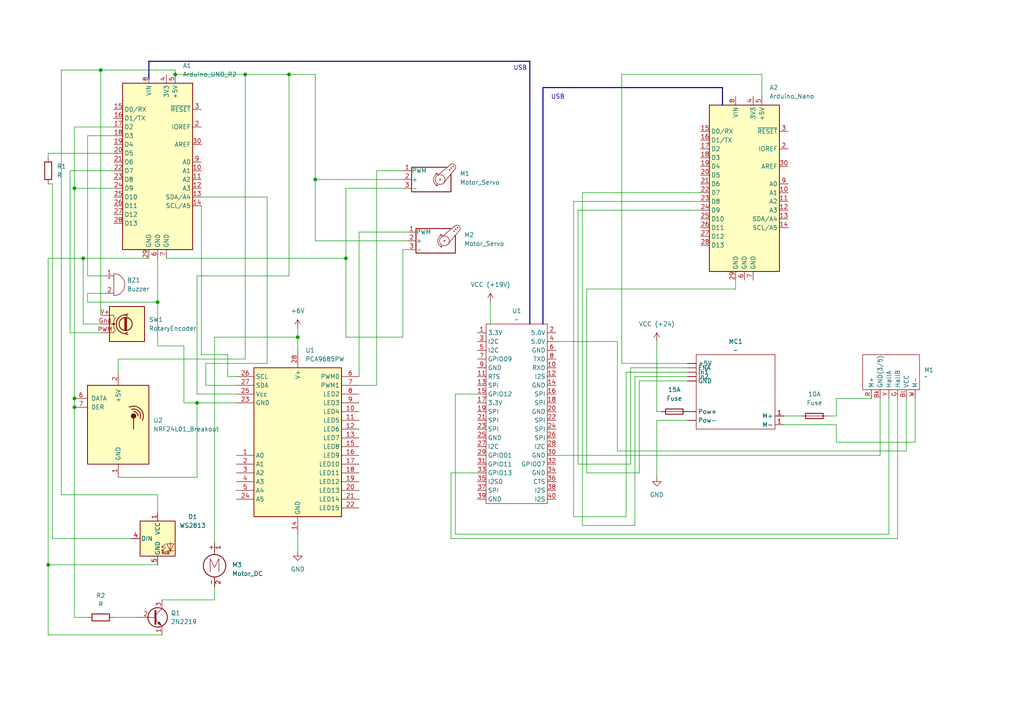
<source format=kicad_sch>
(kicad_sch
	(version 20231120)
	(generator "eeschema")
	(generator_version "8.0")
	(uuid "b6a3c52f-ca1e-4854-9cd2-2344c356d157")
	(paper "A4")
	(lib_symbols
		(symbol "Bike:DROK"
			(exclude_from_sim no)
			(in_bom yes)
			(on_board yes)
			(property "Reference" "MC"
				(at 0 0 0)
				(effects
					(font
						(size 1.27 1.27)
					)
				)
			)
			(property "Value" ""
				(at 0 0 0)
				(effects
					(font
						(size 1.27 1.27)
					)
				)
			)
			(property "Footprint" ""
				(at 0 0 0)
				(effects
					(font
						(size 1.27 1.27)
					)
					(hide yes)
				)
			)
			(property "Datasheet" ""
				(at 0 0 0)
				(effects
					(font
						(size 1.27 1.27)
					)
					(hide yes)
				)
			)
			(property "Description" ""
				(at 0 0 0)
				(effects
					(font
						(size 1.27 1.27)
					)
					(hide yes)
				)
			)
			(symbol "DROK_0_1"
				(rectangle
					(start -11.43 -1.27)
					(end 11.43 -22.86)
					(stroke
						(width 0)
						(type default)
					)
					(fill
						(type none)
					)
				)
			)
			(symbol "DROK_1_1"
				(pin input line
					(at -13.97 -3.81 0)
					(length 2.54)
					(name "+5V"
						(effects
							(font
								(size 1.27 1.27)
							)
						)
					)
					(number ""
						(effects
							(font
								(size 1.27 1.27)
							)
						)
					)
				)
				(pin input line
					(at -13.97 -5.08 0)
					(length 2.54)
					(name "ENA"
						(effects
							(font
								(size 1.27 1.27)
							)
						)
					)
					(number ""
						(effects
							(font
								(size 1.27 1.27)
							)
						)
					)
				)
				(pin input line
					(at -13.97 -8.89 0)
					(length 2.54)
					(name "GND"
						(effects
							(font
								(size 1.27 1.27)
							)
						)
					)
					(number ""
						(effects
							(font
								(size 1.27 1.27)
							)
						)
					)
				)
				(pin input line
					(at -13.97 -6.35 0)
					(length 2.54)
					(name "In1"
						(effects
							(font
								(size 1.27 1.27)
							)
						)
					)
					(number ""
						(effects
							(font
								(size 1.27 1.27)
							)
						)
					)
				)
				(pin input line
					(at -13.97 -7.62 0)
					(length 2.54)
					(name "In2"
						(effects
							(font
								(size 1.27 1.27)
							)
						)
					)
					(number ""
						(effects
							(font
								(size 1.27 1.27)
							)
						)
					)
				)
				(pin power_in line
					(at -13.97 -17.78 0)
					(length 2.54)
					(name "Pow+"
						(effects
							(font
								(size 1.27 1.27)
							)
						)
					)
					(number ""
						(effects
							(font
								(size 1.27 1.27)
							)
						)
					)
				)
				(pin power_in line
					(at -13.97 -20.32 0)
					(length 2.54)
					(name "Pow-"
						(effects
							(font
								(size 1.27 1.27)
							)
						)
					)
					(number ""
						(effects
							(font
								(size 1.27 1.27)
							)
						)
					)
				)
				(pin input line
					(at 13.97 -19.05 180)
					(length 2.54)
					(name "M+"
						(effects
							(font
								(size 1.27 1.27)
							)
						)
					)
					(number "1"
						(effects
							(font
								(size 1.27 1.27)
							)
						)
					)
				)
				(pin input line
					(at 13.97 -21.59 180)
					(length 2.54)
					(name "M-"
						(effects
							(font
								(size 1.27 1.27)
							)
						)
					)
					(number "1"
						(effects
							(font
								(size 1.27 1.27)
							)
						)
					)
				)
			)
		)
		(symbol "Bike:NFP-36GP-555-EN"
			(exclude_from_sim no)
			(in_bom yes)
			(on_board yes)
			(property "Reference" "M"
				(at 0 0 0)
				(effects
					(font
						(size 1.27 1.27)
					)
				)
			)
			(property "Value" ""
				(at 0 0 0)
				(effects
					(font
						(size 1.27 1.27)
					)
				)
			)
			(property "Footprint" ""
				(at 0 0 0)
				(effects
					(font
						(size 1.27 1.27)
					)
					(hide yes)
				)
			)
			(property "Datasheet" ""
				(at 0 0 0)
				(effects
					(font
						(size 1.27 1.27)
					)
					(hide yes)
				)
			)
			(property "Description" ""
				(at 0 0 0)
				(effects
					(font
						(size 1.27 1.27)
					)
					(hide yes)
				)
			)
			(symbol "NFP-36GP-555-EN_0_1"
				(rectangle
					(start -3.81 -1.27)
					(end 12.7 -11.43)
					(stroke
						(width 0)
						(type default)
					)
					(fill
						(type none)
					)
				)
			)
			(symbol "NFP-36GP-555-EN_1_1"
				(pin input line
					(at 1.27 -13.97 90)
					(length 2.54)
					(name "GND(3/5)"
						(effects
							(font
								(size 1.27 1.27)
							)
						)
					)
					(number "Bk"
						(effects
							(font
								(size 1.27 1.27)
							)
						)
					)
				)
				(pin input line
					(at 8.89 -13.97 90)
					(length 2.54)
					(name "VCC"
						(effects
							(font
								(size 1.27 1.27)
							)
						)
					)
					(number "Bl"
						(effects
							(font
								(size 1.27 1.27)
							)
						)
					)
				)
				(pin input line
					(at 6.35 -13.97 90)
					(length 2.54)
					(name "HallB"
						(effects
							(font
								(size 1.27 1.27)
							)
						)
					)
					(number "G"
						(effects
							(font
								(size 1.27 1.27)
							)
						)
					)
				)
				(pin input line
					(at -1.27 -13.97 90)
					(length 2.54)
					(name "M+"
						(effects
							(font
								(size 1.27 1.27)
							)
						)
					)
					(number "R"
						(effects
							(font
								(size 1.27 1.27)
							)
						)
					)
				)
				(pin input line
					(at 11.43 -13.97 90)
					(length 2.54)
					(name "M-"
						(effects
							(font
								(size 1.27 1.27)
							)
						)
					)
					(number "W"
						(effects
							(font
								(size 1.27 1.27)
							)
						)
					)
				)
				(pin input line
					(at 3.81 -13.97 90)
					(length 2.54)
					(name "HallA"
						(effects
							(font
								(size 1.27 1.27)
							)
						)
					)
					(number "Y"
						(effects
							(font
								(size 1.27 1.27)
							)
						)
					)
				)
			)
		)
		(symbol "Bike:Orin_nano_pinout"
			(exclude_from_sim no)
			(in_bom yes)
			(on_board yes)
			(property "Reference" "U"
				(at 0 0 0)
				(effects
					(font
						(size 1.27 1.27)
					)
				)
			)
			(property "Value" ""
				(at 0 0 0)
				(effects
					(font
						(size 1.27 1.27)
					)
				)
			)
			(property "Footprint" ""
				(at 0 0 0)
				(effects
					(font
						(size 1.27 1.27)
					)
					(hide yes)
				)
			)
			(property "Datasheet" ""
				(at 0 0 0)
				(effects
					(font
						(size 1.27 1.27)
					)
					(hide yes)
				)
			)
			(property "Description" ""
				(at 0 0 0)
				(effects
					(font
						(size 1.27 1.27)
					)
					(hide yes)
				)
			)
			(symbol "Orin_nano_pinout_0_1"
				(rectangle
					(start -6.35 -3.81)
					(end 11.43 -55.88)
					(stroke
						(width 0)
						(type default)
					)
					(fill
						(type none)
					)
				)
			)
			(symbol "Orin_nano_pinout_1_1"
				(pin input line
					(at -8.89 -6.35 0)
					(length 2.54)
					(name "3.3V"
						(effects
							(font
								(size 1.27 1.27)
							)
						)
					)
					(number "1"
						(effects
							(font
								(size 1.27 1.27)
							)
						)
					)
				)
				(pin input line
					(at 13.97 -16.51 180)
					(length 2.54)
					(name "RXD"
						(effects
							(font
								(size 1.27 1.27)
							)
						)
					)
					(number "10"
						(effects
							(font
								(size 1.27 1.27)
							)
						)
					)
				)
				(pin input line
					(at -8.89 -19.05 0)
					(length 2.54)
					(name "RTS"
						(effects
							(font
								(size 1.27 1.27)
							)
						)
					)
					(number "11"
						(effects
							(font
								(size 1.27 1.27)
							)
						)
					)
				)
				(pin input line
					(at 13.97 -19.05 180)
					(length 2.54)
					(name "I2S"
						(effects
							(font
								(size 1.27 1.27)
							)
						)
					)
					(number "12"
						(effects
							(font
								(size 1.27 1.27)
							)
						)
					)
				)
				(pin input line
					(at -8.89 -21.59 0)
					(length 2.54)
					(name "SPI"
						(effects
							(font
								(size 1.27 1.27)
							)
						)
					)
					(number "13"
						(effects
							(font
								(size 1.27 1.27)
							)
						)
					)
				)
				(pin input line
					(at 13.97 -21.59 180)
					(length 2.54)
					(name "GND"
						(effects
							(font
								(size 1.27 1.27)
							)
						)
					)
					(number "14"
						(effects
							(font
								(size 1.27 1.27)
							)
						)
					)
				)
				(pin input line
					(at -8.89 -24.13 0)
					(length 2.54)
					(name "GPIO12"
						(effects
							(font
								(size 1.27 1.27)
							)
						)
					)
					(number "15"
						(effects
							(font
								(size 1.27 1.27)
							)
						)
					)
				)
				(pin input line
					(at 13.97 -24.13 180)
					(length 2.54)
					(name "SPI"
						(effects
							(font
								(size 1.27 1.27)
							)
						)
					)
					(number "16"
						(effects
							(font
								(size 1.27 1.27)
							)
						)
					)
				)
				(pin input line
					(at -8.89 -26.67 0)
					(length 2.54)
					(name "3.3V"
						(effects
							(font
								(size 1.27 1.27)
							)
						)
					)
					(number "17"
						(effects
							(font
								(size 1.27 1.27)
							)
						)
					)
				)
				(pin input line
					(at 13.97 -26.67 180)
					(length 2.54)
					(name "SPI"
						(effects
							(font
								(size 1.27 1.27)
							)
						)
					)
					(number "18"
						(effects
							(font
								(size 1.27 1.27)
							)
						)
					)
				)
				(pin input line
					(at -8.89 -29.21 0)
					(length 2.54)
					(name "SPI"
						(effects
							(font
								(size 1.27 1.27)
							)
						)
					)
					(number "19"
						(effects
							(font
								(size 1.27 1.27)
							)
						)
					)
				)
				(pin input line
					(at 13.97 -6.35 180)
					(length 2.54)
					(name "5.0V"
						(effects
							(font
								(size 1.27 1.27)
							)
						)
					)
					(number "2"
						(effects
							(font
								(size 1.27 1.27)
							)
						)
					)
				)
				(pin input line
					(at 13.97 -29.21 180)
					(length 2.54)
					(name "GND"
						(effects
							(font
								(size 1.27 1.27)
							)
						)
					)
					(number "20"
						(effects
							(font
								(size 1.27 1.27)
							)
						)
					)
				)
				(pin input line
					(at -8.89 -31.75 0)
					(length 2.54)
					(name "SPI"
						(effects
							(font
								(size 1.27 1.27)
							)
						)
					)
					(number "21"
						(effects
							(font
								(size 1.27 1.27)
							)
						)
					)
				)
				(pin input line
					(at 13.97 -31.75 180)
					(length 2.54)
					(name "SPI"
						(effects
							(font
								(size 1.27 1.27)
							)
						)
					)
					(number "22"
						(effects
							(font
								(size 1.27 1.27)
							)
						)
					)
				)
				(pin input line
					(at -8.89 -34.29 0)
					(length 2.54)
					(name "SPI"
						(effects
							(font
								(size 1.27 1.27)
							)
						)
					)
					(number "23"
						(effects
							(font
								(size 1.27 1.27)
							)
						)
					)
				)
				(pin input line
					(at 13.97 -34.29 180)
					(length 2.54)
					(name "SPI"
						(effects
							(font
								(size 1.27 1.27)
							)
						)
					)
					(number "24"
						(effects
							(font
								(size 1.27 1.27)
							)
						)
					)
				)
				(pin input line
					(at -8.89 -36.83 0)
					(length 2.54)
					(name "GND"
						(effects
							(font
								(size 1.27 1.27)
							)
						)
					)
					(number "25"
						(effects
							(font
								(size 1.27 1.27)
							)
						)
					)
				)
				(pin input line
					(at 13.97 -36.83 180)
					(length 2.54)
					(name "SPI"
						(effects
							(font
								(size 1.27 1.27)
							)
						)
					)
					(number "26"
						(effects
							(font
								(size 1.27 1.27)
							)
						)
					)
				)
				(pin input line
					(at -8.89 -39.37 0)
					(length 2.54)
					(name "I2C"
						(effects
							(font
								(size 1.27 1.27)
							)
						)
					)
					(number "27"
						(effects
							(font
								(size 1.27 1.27)
							)
						)
					)
				)
				(pin input line
					(at 13.97 -39.37 180)
					(length 2.54)
					(name "I2C"
						(effects
							(font
								(size 1.27 1.27)
							)
						)
					)
					(number "28"
						(effects
							(font
								(size 1.27 1.27)
							)
						)
					)
				)
				(pin input line
					(at -8.89 -41.91 0)
					(length 2.54)
					(name "GPIO01"
						(effects
							(font
								(size 1.27 1.27)
							)
						)
					)
					(number "29"
						(effects
							(font
								(size 1.27 1.27)
							)
						)
					)
				)
				(pin input line
					(at -8.89 -8.89 0)
					(length 2.54)
					(name "I2C"
						(effects
							(font
								(size 1.27 1.27)
							)
						)
					)
					(number "3"
						(effects
							(font
								(size 1.27 1.27)
							)
						)
					)
				)
				(pin input line
					(at 13.97 -41.91 180)
					(length 2.54)
					(name "GND"
						(effects
							(font
								(size 1.27 1.27)
							)
						)
					)
					(number "30"
						(effects
							(font
								(size 1.27 1.27)
							)
						)
					)
				)
				(pin input line
					(at -8.89 -44.45 0)
					(length 2.54)
					(name "GPIO11"
						(effects
							(font
								(size 1.27 1.27)
							)
						)
					)
					(number "31"
						(effects
							(font
								(size 1.27 1.27)
							)
						)
					)
				)
				(pin input line
					(at 13.97 -44.45 180)
					(length 2.54)
					(name "GPIO07"
						(effects
							(font
								(size 1.27 1.27)
							)
						)
					)
					(number "32"
						(effects
							(font
								(size 1.27 1.27)
							)
						)
					)
				)
				(pin input line
					(at -8.89 -46.99 0)
					(length 2.54)
					(name "GPIO13"
						(effects
							(font
								(size 1.27 1.27)
							)
						)
					)
					(number "33"
						(effects
							(font
								(size 1.27 1.27)
							)
						)
					)
				)
				(pin input line
					(at 13.97 -46.99 180)
					(length 2.54)
					(name "GND"
						(effects
							(font
								(size 1.27 1.27)
							)
						)
					)
					(number "34"
						(effects
							(font
								(size 1.27 1.27)
							)
						)
					)
				)
				(pin input line
					(at -8.89 -49.53 0)
					(length 2.54)
					(name "I2S0"
						(effects
							(font
								(size 1.27 1.27)
							)
						)
					)
					(number "35"
						(effects
							(font
								(size 1.27 1.27)
							)
						)
					)
				)
				(pin input line
					(at 13.97 -49.53 180)
					(length 2.54)
					(name "CTS"
						(effects
							(font
								(size 1.27 1.27)
							)
						)
					)
					(number "36"
						(effects
							(font
								(size 1.27 1.27)
							)
						)
					)
				)
				(pin input line
					(at -8.89 -52.07 0)
					(length 2.54)
					(name "SPI"
						(effects
							(font
								(size 1.27 1.27)
							)
						)
					)
					(number "37"
						(effects
							(font
								(size 1.27 1.27)
							)
						)
					)
				)
				(pin input line
					(at 13.97 -52.07 180)
					(length 2.54)
					(name "I2S"
						(effects
							(font
								(size 1.27 1.27)
							)
						)
					)
					(number "38"
						(effects
							(font
								(size 1.27 1.27)
							)
						)
					)
				)
				(pin input line
					(at -8.89 -54.61 0)
					(length 2.54)
					(name "GND"
						(effects
							(font
								(size 1.27 1.27)
							)
						)
					)
					(number "39"
						(effects
							(font
								(size 1.27 1.27)
							)
						)
					)
				)
				(pin input line
					(at 13.97 -8.89 180)
					(length 2.54)
					(name "5.0V"
						(effects
							(font
								(size 1.27 1.27)
							)
						)
					)
					(number "4"
						(effects
							(font
								(size 1.27 1.27)
							)
						)
					)
				)
				(pin input line
					(at 13.97 -54.61 180)
					(length 2.54)
					(name "I2S"
						(effects
							(font
								(size 1.27 1.27)
							)
						)
					)
					(number "40"
						(effects
							(font
								(size 1.27 1.27)
							)
						)
					)
				)
				(pin input line
					(at -8.89 -11.43 0)
					(length 2.54)
					(name "I2C"
						(effects
							(font
								(size 1.27 1.27)
							)
						)
					)
					(number "5"
						(effects
							(font
								(size 1.27 1.27)
							)
						)
					)
				)
				(pin input line
					(at 13.97 -11.43 180)
					(length 2.54)
					(name "GND"
						(effects
							(font
								(size 1.27 1.27)
							)
						)
					)
					(number "6"
						(effects
							(font
								(size 1.27 1.27)
							)
						)
					)
				)
				(pin input line
					(at -8.89 -13.97 0)
					(length 2.54)
					(name "GPIO09"
						(effects
							(font
								(size 1.27 1.27)
							)
						)
					)
					(number "7"
						(effects
							(font
								(size 1.27 1.27)
							)
						)
					)
				)
				(pin input line
					(at 13.97 -13.97 180)
					(length 2.54)
					(name "TXD"
						(effects
							(font
								(size 1.27 1.27)
							)
						)
					)
					(number "8"
						(effects
							(font
								(size 1.27 1.27)
							)
						)
					)
				)
				(pin input line
					(at -8.89 -16.51 0)
					(length 2.54)
					(name "GND"
						(effects
							(font
								(size 1.27 1.27)
							)
						)
					)
					(number "9"
						(effects
							(font
								(size 1.27 1.27)
							)
						)
					)
				)
			)
		)
		(symbol "Device:Buzzer"
			(pin_names
				(offset 0.0254) hide)
			(exclude_from_sim no)
			(in_bom yes)
			(on_board yes)
			(property "Reference" "BZ"
				(at 3.81 1.27 0)
				(effects
					(font
						(size 1.27 1.27)
					)
					(justify left)
				)
			)
			(property "Value" "Buzzer"
				(at 3.81 -1.27 0)
				(effects
					(font
						(size 1.27 1.27)
					)
					(justify left)
				)
			)
			(property "Footprint" ""
				(at -0.635 2.54 90)
				(effects
					(font
						(size 1.27 1.27)
					)
					(hide yes)
				)
			)
			(property "Datasheet" "~"
				(at -0.635 2.54 90)
				(effects
					(font
						(size 1.27 1.27)
					)
					(hide yes)
				)
			)
			(property "Description" "Buzzer, polarized"
				(at 0 0 0)
				(effects
					(font
						(size 1.27 1.27)
					)
					(hide yes)
				)
			)
			(property "ki_keywords" "quartz resonator ceramic"
				(at 0 0 0)
				(effects
					(font
						(size 1.27 1.27)
					)
					(hide yes)
				)
			)
			(property "ki_fp_filters" "*Buzzer*"
				(at 0 0 0)
				(effects
					(font
						(size 1.27 1.27)
					)
					(hide yes)
				)
			)
			(symbol "Buzzer_0_1"
				(arc
					(start 0 -3.175)
					(mid 3.1612 0)
					(end 0 3.175)
					(stroke
						(width 0)
						(type default)
					)
					(fill
						(type none)
					)
				)
				(polyline
					(pts
						(xy -1.651 1.905) (xy -1.143 1.905)
					)
					(stroke
						(width 0)
						(type default)
					)
					(fill
						(type none)
					)
				)
				(polyline
					(pts
						(xy -1.397 2.159) (xy -1.397 1.651)
					)
					(stroke
						(width 0)
						(type default)
					)
					(fill
						(type none)
					)
				)
				(polyline
					(pts
						(xy 0 3.175) (xy 0 -3.175)
					)
					(stroke
						(width 0)
						(type default)
					)
					(fill
						(type none)
					)
				)
			)
			(symbol "Buzzer_1_1"
				(pin passive line
					(at -2.54 2.54 0)
					(length 2.54)
					(name "+"
						(effects
							(font
								(size 1.27 1.27)
							)
						)
					)
					(number "1"
						(effects
							(font
								(size 1.27 1.27)
							)
						)
					)
				)
				(pin passive line
					(at -2.54 -2.54 0)
					(length 2.54)
					(name "-"
						(effects
							(font
								(size 1.27 1.27)
							)
						)
					)
					(number "2"
						(effects
							(font
								(size 1.27 1.27)
							)
						)
					)
				)
			)
		)
		(symbol "Device:Fuse"
			(pin_numbers hide)
			(pin_names
				(offset 0)
			)
			(exclude_from_sim no)
			(in_bom yes)
			(on_board yes)
			(property "Reference" "F"
				(at 2.032 0 90)
				(effects
					(font
						(size 1.27 1.27)
					)
				)
			)
			(property "Value" "Fuse"
				(at -1.905 0 90)
				(effects
					(font
						(size 1.27 1.27)
					)
				)
			)
			(property "Footprint" ""
				(at -1.778 0 90)
				(effects
					(font
						(size 1.27 1.27)
					)
					(hide yes)
				)
			)
			(property "Datasheet" "~"
				(at 0 0 0)
				(effects
					(font
						(size 1.27 1.27)
					)
					(hide yes)
				)
			)
			(property "Description" "Fuse"
				(at 0 0 0)
				(effects
					(font
						(size 1.27 1.27)
					)
					(hide yes)
				)
			)
			(property "ki_keywords" "fuse"
				(at 0 0 0)
				(effects
					(font
						(size 1.27 1.27)
					)
					(hide yes)
				)
			)
			(property "ki_fp_filters" "*Fuse*"
				(at 0 0 0)
				(effects
					(font
						(size 1.27 1.27)
					)
					(hide yes)
				)
			)
			(symbol "Fuse_0_1"
				(rectangle
					(start -0.762 -2.54)
					(end 0.762 2.54)
					(stroke
						(width 0.254)
						(type default)
					)
					(fill
						(type none)
					)
				)
				(polyline
					(pts
						(xy 0 2.54) (xy 0 -2.54)
					)
					(stroke
						(width 0)
						(type default)
					)
					(fill
						(type none)
					)
				)
			)
			(symbol "Fuse_1_1"
				(pin passive line
					(at 0 3.81 270)
					(length 1.27)
					(name "~"
						(effects
							(font
								(size 1.27 1.27)
							)
						)
					)
					(number "1"
						(effects
							(font
								(size 1.27 1.27)
							)
						)
					)
				)
				(pin passive line
					(at 0 -3.81 90)
					(length 1.27)
					(name "~"
						(effects
							(font
								(size 1.27 1.27)
							)
						)
					)
					(number "2"
						(effects
							(font
								(size 1.27 1.27)
							)
						)
					)
				)
			)
		)
		(symbol "Device:R"
			(pin_numbers hide)
			(pin_names
				(offset 0)
			)
			(exclude_from_sim no)
			(in_bom yes)
			(on_board yes)
			(property "Reference" "R"
				(at 2.032 0 90)
				(effects
					(font
						(size 1.27 1.27)
					)
				)
			)
			(property "Value" "R"
				(at 0 0 90)
				(effects
					(font
						(size 1.27 1.27)
					)
				)
			)
			(property "Footprint" ""
				(at -1.778 0 90)
				(effects
					(font
						(size 1.27 1.27)
					)
					(hide yes)
				)
			)
			(property "Datasheet" "~"
				(at 0 0 0)
				(effects
					(font
						(size 1.27 1.27)
					)
					(hide yes)
				)
			)
			(property "Description" "Resistor"
				(at 0 0 0)
				(effects
					(font
						(size 1.27 1.27)
					)
					(hide yes)
				)
			)
			(property "ki_keywords" "R res resistor"
				(at 0 0 0)
				(effects
					(font
						(size 1.27 1.27)
					)
					(hide yes)
				)
			)
			(property "ki_fp_filters" "R_*"
				(at 0 0 0)
				(effects
					(font
						(size 1.27 1.27)
					)
					(hide yes)
				)
			)
			(symbol "R_0_1"
				(rectangle
					(start -1.016 -2.54)
					(end 1.016 2.54)
					(stroke
						(width 0.254)
						(type default)
					)
					(fill
						(type none)
					)
				)
			)
			(symbol "R_1_1"
				(pin passive line
					(at 0 3.81 270)
					(length 1.27)
					(name "~"
						(effects
							(font
								(size 1.27 1.27)
							)
						)
					)
					(number "1"
						(effects
							(font
								(size 1.27 1.27)
							)
						)
					)
				)
				(pin passive line
					(at 0 -3.81 90)
					(length 1.27)
					(name "~"
						(effects
							(font
								(size 1.27 1.27)
							)
						)
					)
					(number "2"
						(effects
							(font
								(size 1.27 1.27)
							)
						)
					)
				)
			)
		)
		(symbol "Device:RotaryEncoder"
			(pin_names
				(offset 0.254) hide)
			(exclude_from_sim no)
			(in_bom yes)
			(on_board yes)
			(property "Reference" "SW1"
				(at 6.35 1.2701 0)
				(effects
					(font
						(size 1.27 1.27)
					)
					(justify left)
				)
			)
			(property "Value" "RotaryEncoder"
				(at 6.35 -1.2699 0)
				(effects
					(font
						(size 1.27 1.27)
					)
					(justify left)
				)
			)
			(property "Footprint" ""
				(at -3.81 4.064 0)
				(effects
					(font
						(size 1.27 1.27)
					)
					(hide yes)
				)
			)
			(property "Datasheet" "~"
				(at 0 6.604 0)
				(effects
					(font
						(size 1.27 1.27)
					)
					(hide yes)
				)
			)
			(property "Description" "Rotary encoder, dual channel, incremental quadrate outputs"
				(at -1.27 6.604 0)
				(effects
					(font
						(size 1.27 1.27)
					)
					(hide yes)
				)
			)
			(property "ki_keywords" "rotary switch encoder"
				(at 0 0 0)
				(effects
					(font
						(size 1.27 1.27)
					)
					(hide yes)
				)
			)
			(property "ki_fp_filters" "RotaryEncoder*"
				(at 0 0 0)
				(effects
					(font
						(size 1.27 1.27)
					)
					(hide yes)
				)
			)
			(symbol "RotaryEncoder_0_1"
				(rectangle
					(start -5.08 5.08)
					(end 5.08 -5.08)
					(stroke
						(width 0.254)
						(type default)
					)
					(fill
						(type background)
					)
				)
				(circle
					(center -3.81 0)
					(radius 0.254)
					(stroke
						(width 0)
						(type default)
					)
					(fill
						(type outline)
					)
				)
				(circle
					(center -0.381 0)
					(radius 1.905)
					(stroke
						(width 0.254)
						(type default)
					)
					(fill
						(type none)
					)
				)
				(arc
					(start -0.381 2.667)
					(mid -3.0988 -0.0635)
					(end -0.381 -2.794)
					(stroke
						(width 0.254)
						(type default)
					)
					(fill
						(type none)
					)
				)
				(polyline
					(pts
						(xy -0.635 -1.778) (xy -0.635 1.778)
					)
					(stroke
						(width 0.254)
						(type default)
					)
					(fill
						(type none)
					)
				)
				(polyline
					(pts
						(xy -0.381 -1.778) (xy -0.381 1.778)
					)
					(stroke
						(width 0.254)
						(type default)
					)
					(fill
						(type none)
					)
				)
				(polyline
					(pts
						(xy -0.127 1.778) (xy -0.127 -1.778)
					)
					(stroke
						(width 0.254)
						(type default)
					)
					(fill
						(type none)
					)
				)
				(polyline
					(pts
						(xy -5.08 -2.54) (xy -3.81 -2.54) (xy -3.81 -2.032)
					)
					(stroke
						(width 0)
						(type default)
					)
					(fill
						(type none)
					)
				)
				(polyline
					(pts
						(xy -5.08 2.54) (xy -3.81 2.54) (xy -3.81 2.032)
					)
					(stroke
						(width 0)
						(type default)
					)
					(fill
						(type none)
					)
				)
				(polyline
					(pts
						(xy 0.254 -3.048) (xy -0.508 -2.794) (xy 0.127 -2.413)
					)
					(stroke
						(width 0.254)
						(type default)
					)
					(fill
						(type none)
					)
				)
				(polyline
					(pts
						(xy 0.254 2.921) (xy -0.508 2.667) (xy 0.127 2.286)
					)
					(stroke
						(width 0.254)
						(type default)
					)
					(fill
						(type none)
					)
				)
				(polyline
					(pts
						(xy -5.08 0) (xy -3.81 0) (xy -3.81 -1.016) (xy -3.302 -2.032)
					)
					(stroke
						(width 0)
						(type default)
					)
					(fill
						(type none)
					)
				)
				(polyline
					(pts
						(xy -4.318 0) (xy -3.81 0) (xy -3.81 1.016) (xy -3.302 2.032)
					)
					(stroke
						(width 0)
						(type default)
					)
					(fill
						(type none)
					)
				)
			)
			(symbol "RotaryEncoder_1_1"
				(pin passive line
					(at -7.62 0 0)
					(length 2.54)
					(name "Gnd"
						(effects
							(font
								(size 1.27 1.27)
							)
						)
					)
					(number "Gnd"
						(effects
							(font
								(size 1.27 1.27)
							)
						)
					)
				)
				(pin passive line
					(at -7.62 -2.54 0)
					(length 2.54)
					(name "B"
						(effects
							(font
								(size 1.27 1.27)
							)
						)
					)
					(number "PWM"
						(effects
							(font
								(size 1.27 1.27)
							)
						)
					)
				)
				(pin passive line
					(at -7.62 2.54 0)
					(length 2.54)
					(name "V+"
						(effects
							(font
								(size 1.27 1.27)
							)
						)
					)
					(number "V+"
						(effects
							(font
								(size 1.27 1.27)
							)
						)
					)
				)
			)
		)
		(symbol "Driver_LED:PCA9685PW"
			(exclude_from_sim no)
			(in_bom yes)
			(on_board yes)
			(property "Reference" "U1"
				(at 2.1941 25.4 0)
				(effects
					(font
						(size 1.27 1.27)
					)
					(justify left)
				)
			)
			(property "Value" "PCA9685PW"
				(at 2.1941 22.86 0)
				(effects
					(font
						(size 1.27 1.27)
					)
					(justify left)
				)
			)
			(property "Footprint" "Package_SO:TSSOP-28_4.4x9.7mm_P0.65mm"
				(at 0.635 -24.765 0)
				(effects
					(font
						(size 1.27 1.27)
					)
					(justify left)
					(hide yes)
				)
			)
			(property "Datasheet" "http://www.nxp.com/docs/en/data-sheet/PCA9685.pdf"
				(at 50.038 23.114 0)
				(effects
					(font
						(size 1.27 1.27)
					)
					(hide yes)
				)
			)
			(property "Description" "16-channel 12-bit PWM Fm+ I2C-bus LED controller RGBA TSSOP"
				(at 0 0 0)
				(effects
					(font
						(size 1.27 1.27)
					)
					(hide yes)
				)
			)
			(property "ki_keywords" "PWM LED driver I2C TSSOP"
				(at 0 0 0)
				(effects
					(font
						(size 1.27 1.27)
					)
					(hide yes)
				)
			)
			(property "ki_fp_filters" "TSSOP*4.4x9.7mm*P0.65mm*"
				(at 0 0 0)
				(effects
					(font
						(size 1.27 1.27)
					)
					(hide yes)
				)
			)
			(symbol "PCA9685PW_0_1"
				(rectangle
					(start -12.7 20.32)
					(end 12.7 -22.86)
					(stroke
						(width 0.254)
						(type default)
					)
					(fill
						(type background)
					)
				)
			)
			(symbol "PCA9685PW_1_1"
				(pin input line
					(at -17.78 -5.08 0)
					(length 5.08)
					(name "A0"
						(effects
							(font
								(size 1.27 1.27)
							)
						)
					)
					(number "1"
						(effects
							(font
								(size 1.27 1.27)
							)
						)
					)
				)
				(pin output line
					(at 17.78 7.62 180)
					(length 5.08)
					(name "LED4"
						(effects
							(font
								(size 1.27 1.27)
							)
						)
					)
					(number "10"
						(effects
							(font
								(size 1.27 1.27)
							)
						)
					)
				)
				(pin output line
					(at 17.78 5.08 180)
					(length 5.08)
					(name "LED5"
						(effects
							(font
								(size 1.27 1.27)
							)
						)
					)
					(number "11"
						(effects
							(font
								(size 1.27 1.27)
							)
						)
					)
				)
				(pin output line
					(at 17.78 2.54 180)
					(length 5.08)
					(name "LED6"
						(effects
							(font
								(size 1.27 1.27)
							)
						)
					)
					(number "12"
						(effects
							(font
								(size 1.27 1.27)
							)
						)
					)
				)
				(pin output line
					(at 17.78 0 180)
					(length 5.08)
					(name "LED7"
						(effects
							(font
								(size 1.27 1.27)
							)
						)
					)
					(number "13"
						(effects
							(font
								(size 1.27 1.27)
							)
						)
					)
				)
				(pin power_in line
					(at 0 -27.94 90)
					(length 5.08)
					(name "GND"
						(effects
							(font
								(size 1.27 1.27)
							)
						)
					)
					(number "14"
						(effects
							(font
								(size 1.27 1.27)
							)
						)
					)
				)
				(pin output line
					(at 17.78 -2.54 180)
					(length 5.08)
					(name "LED8"
						(effects
							(font
								(size 1.27 1.27)
							)
						)
					)
					(number "15"
						(effects
							(font
								(size 1.27 1.27)
							)
						)
					)
				)
				(pin output line
					(at 17.78 -5.08 180)
					(length 5.08)
					(name "LED9"
						(effects
							(font
								(size 1.27 1.27)
							)
						)
					)
					(number "16"
						(effects
							(font
								(size 1.27 1.27)
							)
						)
					)
				)
				(pin output line
					(at 17.78 -7.62 180)
					(length 5.08)
					(name "LED10"
						(effects
							(font
								(size 1.27 1.27)
							)
						)
					)
					(number "17"
						(effects
							(font
								(size 1.27 1.27)
							)
						)
					)
				)
				(pin output line
					(at 17.78 -10.16 180)
					(length 5.08)
					(name "LED11"
						(effects
							(font
								(size 1.27 1.27)
							)
						)
					)
					(number "18"
						(effects
							(font
								(size 1.27 1.27)
							)
						)
					)
				)
				(pin output line
					(at 17.78 -12.7 180)
					(length 5.08)
					(name "LED12"
						(effects
							(font
								(size 1.27 1.27)
							)
						)
					)
					(number "19"
						(effects
							(font
								(size 1.27 1.27)
							)
						)
					)
				)
				(pin input line
					(at -17.78 -7.62 0)
					(length 5.08)
					(name "A1"
						(effects
							(font
								(size 1.27 1.27)
							)
						)
					)
					(number "2"
						(effects
							(font
								(size 1.27 1.27)
							)
						)
					)
				)
				(pin output line
					(at 17.78 -15.24 180)
					(length 5.08)
					(name "LED13"
						(effects
							(font
								(size 1.27 1.27)
							)
						)
					)
					(number "20"
						(effects
							(font
								(size 1.27 1.27)
							)
						)
					)
				)
				(pin output line
					(at 17.78 -17.78 180)
					(length 5.08)
					(name "LED14"
						(effects
							(font
								(size 1.27 1.27)
							)
						)
					)
					(number "21"
						(effects
							(font
								(size 1.27 1.27)
							)
						)
					)
				)
				(pin output line
					(at 17.78 -20.32 180)
					(length 5.08)
					(name "LED15"
						(effects
							(font
								(size 1.27 1.27)
							)
						)
					)
					(number "22"
						(effects
							(font
								(size 1.27 1.27)
							)
						)
					)
				)
				(pin input line
					(at -17.78 10.16 0)
					(length 5.08)
					(name "GND"
						(effects
							(font
								(size 1.27 1.27)
							)
						)
					)
					(number "23"
						(effects
							(font
								(size 1.27 1.27)
							)
						)
					)
				)
				(pin input line
					(at -17.78 -17.78 0)
					(length 5.08)
					(name "A5"
						(effects
							(font
								(size 1.27 1.27)
							)
						)
					)
					(number "24"
						(effects
							(font
								(size 1.27 1.27)
							)
						)
					)
				)
				(pin input line
					(at -17.78 12.7 0)
					(length 5.08)
					(name "Vcc"
						(effects
							(font
								(size 1.27 1.27)
							)
						)
					)
					(number "25"
						(effects
							(font
								(size 1.27 1.27)
							)
						)
					)
				)
				(pin input line
					(at -17.78 17.78 0)
					(length 5.08)
					(name "SCL"
						(effects
							(font
								(size 1.27 1.27)
							)
						)
					)
					(number "26"
						(effects
							(font
								(size 1.27 1.27)
							)
						)
					)
				)
				(pin bidirectional line
					(at -17.78 15.24 0)
					(length 5.08)
					(name "SDA"
						(effects
							(font
								(size 1.27 1.27)
							)
						)
					)
					(number "27"
						(effects
							(font
								(size 1.27 1.27)
							)
						)
					)
				)
				(pin power_in line
					(at 0 25.4 270)
					(length 5.08)
					(name "V+"
						(effects
							(font
								(size 1.27 1.27)
							)
						)
					)
					(number "28"
						(effects
							(font
								(size 1.27 1.27)
							)
						)
					)
				)
				(pin input line
					(at -17.78 -10.16 0)
					(length 5.08)
					(name "A2"
						(effects
							(font
								(size 1.27 1.27)
							)
						)
					)
					(number "3"
						(effects
							(font
								(size 1.27 1.27)
							)
						)
					)
				)
				(pin input line
					(at -17.78 -12.7 0)
					(length 5.08)
					(name "A3"
						(effects
							(font
								(size 1.27 1.27)
							)
						)
					)
					(number "4"
						(effects
							(font
								(size 1.27 1.27)
							)
						)
					)
				)
				(pin input line
					(at -17.78 -15.24 0)
					(length 5.08)
					(name "A4"
						(effects
							(font
								(size 1.27 1.27)
							)
						)
					)
					(number "5"
						(effects
							(font
								(size 1.27 1.27)
							)
						)
					)
				)
				(pin output line
					(at 17.78 17.78 180)
					(length 5.08)
					(name "PWM0"
						(effects
							(font
								(size 1.27 1.27)
							)
						)
					)
					(number "6"
						(effects
							(font
								(size 1.27 1.27)
							)
						)
					)
				)
				(pin output line
					(at 17.78 15.24 180)
					(length 5.08)
					(name "PWM1"
						(effects
							(font
								(size 1.27 1.27)
							)
						)
					)
					(number "7"
						(effects
							(font
								(size 1.27 1.27)
							)
						)
					)
				)
				(pin output line
					(at 17.78 12.7 180)
					(length 5.08)
					(name "LED2"
						(effects
							(font
								(size 1.27 1.27)
							)
						)
					)
					(number "8"
						(effects
							(font
								(size 1.27 1.27)
							)
						)
					)
				)
				(pin output line
					(at 17.78 10.16 180)
					(length 5.08)
					(name "LED3"
						(effects
							(font
								(size 1.27 1.27)
							)
						)
					)
					(number "9"
						(effects
							(font
								(size 1.27 1.27)
							)
						)
					)
				)
			)
		)
		(symbol "LED:WS2813"
			(pin_names
				(offset 0.254)
			)
			(exclude_from_sim no)
			(in_bom yes)
			(on_board yes)
			(property "Reference" "D1"
				(at 10.16 6.3186 0)
				(effects
					(font
						(size 1.27 1.27)
					)
				)
			)
			(property "Value" "WS2813"
				(at 10.16 3.7786 0)
				(effects
					(font
						(size 1.27 1.27)
					)
				)
			)
			(property "Footprint" "LED_SMD:LED_WS2812_PLCC6_5.0x5.0mm_P1.6mm"
				(at 1.27 -7.62 0)
				(effects
					(font
						(size 1.27 1.27)
					)
					(justify left top)
					(hide yes)
				)
			)
			(property "Datasheet" "http://www.normandled.com/upload/201605/WS2813%20LED%20Datasheet.pdf"
				(at 2.54 -9.525 0)
				(effects
					(font
						(size 1.27 1.27)
					)
					(justify left top)
					(hide yes)
				)
			)
			(property "Description" "RGB LED with integrated controller"
				(at 0 0 0)
				(effects
					(font
						(size 1.27 1.27)
					)
					(hide yes)
				)
			)
			(property "ki_keywords" "RGB LED addressable"
				(at 0 0 0)
				(effects
					(font
						(size 1.27 1.27)
					)
					(hide yes)
				)
			)
			(property "ki_fp_filters" "LED*WS2812*PLCC*5.0x5.0mm*P1.6mm*"
				(at 0 0 0)
				(effects
					(font
						(size 1.27 1.27)
					)
					(hide yes)
				)
			)
			(symbol "WS2813_0_0"
				(text "RGB"
					(at 2.286 -4.191 0)
					(effects
						(font
							(size 0.762 0.762)
						)
					)
				)
			)
			(symbol "WS2813_0_1"
				(polyline
					(pts
						(xy 1.27 -3.556) (xy 1.778 -3.556)
					)
					(stroke
						(width 0)
						(type default)
					)
					(fill
						(type none)
					)
				)
				(polyline
					(pts
						(xy 1.27 -2.54) (xy 1.778 -2.54)
					)
					(stroke
						(width 0)
						(type default)
					)
					(fill
						(type none)
					)
				)
				(polyline
					(pts
						(xy 4.699 -3.556) (xy 2.667 -3.556)
					)
					(stroke
						(width 0)
						(type default)
					)
					(fill
						(type none)
					)
				)
				(polyline
					(pts
						(xy 2.286 -2.54) (xy 1.27 -3.556) (xy 1.27 -3.048)
					)
					(stroke
						(width 0)
						(type default)
					)
					(fill
						(type none)
					)
				)
				(polyline
					(pts
						(xy 2.286 -1.524) (xy 1.27 -2.54) (xy 1.27 -2.032)
					)
					(stroke
						(width 0)
						(type default)
					)
					(fill
						(type none)
					)
				)
				(polyline
					(pts
						(xy 3.683 -1.016) (xy 3.683 -3.556) (xy 3.683 -4.064)
					)
					(stroke
						(width 0)
						(type default)
					)
					(fill
						(type none)
					)
				)
				(polyline
					(pts
						(xy 4.699 -1.524) (xy 2.667 -1.524) (xy 3.683 -3.556) (xy 4.699 -1.524)
					)
					(stroke
						(width 0)
						(type default)
					)
					(fill
						(type none)
					)
				)
				(rectangle
					(start 5.08 5.08)
					(end -5.08 -5.08)
					(stroke
						(width 0.254)
						(type default)
					)
					(fill
						(type background)
					)
				)
			)
			(symbol "WS2813_1_1"
				(pin power_in line
					(at 0 7.62 270)
					(length 2.54)
					(name "VCC"
						(effects
							(font
								(size 1.27 1.27)
							)
						)
					)
					(number "1"
						(effects
							(font
								(size 1.27 1.27)
							)
						)
					)
				)
				(pin input line
					(at -7.62 0 0)
					(length 2.54)
					(name "DIN"
						(effects
							(font
								(size 1.27 1.27)
							)
						)
					)
					(number "4"
						(effects
							(font
								(size 1.27 1.27)
							)
						)
					)
				)
				(pin power_in line
					(at 0 -7.62 90)
					(length 2.54)
					(name "GND"
						(effects
							(font
								(size 1.27 1.27)
							)
						)
					)
					(number "5"
						(effects
							(font
								(size 1.27 1.27)
							)
						)
					)
				)
			)
		)
		(symbol "MCU_Module:Arduino_UNO_R2"
			(exclude_from_sim no)
			(in_bom yes)
			(on_board yes)
			(property "Reference" "A"
				(at -10.16 23.495 0)
				(effects
					(font
						(size 1.27 1.27)
					)
					(justify left bottom)
				)
			)
			(property "Value" "Arduino_UNO_R2"
				(at 5.08 -26.67 0)
				(effects
					(font
						(size 1.27 1.27)
					)
					(justify left top)
				)
			)
			(property "Footprint" "Module:Arduino_UNO_R2"
				(at 0 0 0)
				(effects
					(font
						(size 1.27 1.27)
						(italic yes)
					)
					(hide yes)
				)
			)
			(property "Datasheet" "https://www.arduino.cc/en/Main/arduinoBoardUno"
				(at 0 0 0)
				(effects
					(font
						(size 1.27 1.27)
					)
					(hide yes)
				)
			)
			(property "Description" "Arduino UNO Microcontroller Module, release 2"
				(at 0 0 0)
				(effects
					(font
						(size 1.27 1.27)
					)
					(hide yes)
				)
			)
			(property "ki_keywords" "Arduino UNO R3 Microcontroller Module Atmel AVR USB"
				(at 0 0 0)
				(effects
					(font
						(size 1.27 1.27)
					)
					(hide yes)
				)
			)
			(property "ki_fp_filters" "Arduino*UNO*R2*"
				(at 0 0 0)
				(effects
					(font
						(size 1.27 1.27)
					)
					(hide yes)
				)
			)
			(symbol "Arduino_UNO_R2_0_1"
				(rectangle
					(start -10.16 22.86)
					(end 10.16 -25.4)
					(stroke
						(width 0.254)
						(type default)
					)
					(fill
						(type background)
					)
				)
			)
			(symbol "Arduino_UNO_R2_1_1"
				(pin no_connect line
					(at -10.16 -20.32 0)
					(length 2.54) hide
					(name "NC"
						(effects
							(font
								(size 1.27 1.27)
							)
						)
					)
					(number "1"
						(effects
							(font
								(size 1.27 1.27)
							)
						)
					)
				)
				(pin bidirectional line
					(at 12.7 -2.54 180)
					(length 2.54)
					(name "A1"
						(effects
							(font
								(size 1.27 1.27)
							)
						)
					)
					(number "10"
						(effects
							(font
								(size 1.27 1.27)
							)
						)
					)
				)
				(pin bidirectional line
					(at 12.7 -5.08 180)
					(length 2.54)
					(name "A2"
						(effects
							(font
								(size 1.27 1.27)
							)
						)
					)
					(number "11"
						(effects
							(font
								(size 1.27 1.27)
							)
						)
					)
				)
				(pin bidirectional line
					(at 12.7 -7.62 180)
					(length 2.54)
					(name "A3"
						(effects
							(font
								(size 1.27 1.27)
							)
						)
					)
					(number "12"
						(effects
							(font
								(size 1.27 1.27)
							)
						)
					)
				)
				(pin bidirectional line
					(at 12.7 -10.16 180)
					(length 2.54)
					(name "SDA/A4"
						(effects
							(font
								(size 1.27 1.27)
							)
						)
					)
					(number "13"
						(effects
							(font
								(size 1.27 1.27)
							)
						)
					)
				)
				(pin bidirectional line
					(at 12.7 -12.7 180)
					(length 2.54)
					(name "SCL/A5"
						(effects
							(font
								(size 1.27 1.27)
							)
						)
					)
					(number "14"
						(effects
							(font
								(size 1.27 1.27)
							)
						)
					)
				)
				(pin bidirectional line
					(at -12.7 15.24 0)
					(length 2.54)
					(name "D0/RX"
						(effects
							(font
								(size 1.27 1.27)
							)
						)
					)
					(number "15"
						(effects
							(font
								(size 1.27 1.27)
							)
						)
					)
				)
				(pin bidirectional line
					(at -12.7 12.7 0)
					(length 2.54)
					(name "D1/TX"
						(effects
							(font
								(size 1.27 1.27)
							)
						)
					)
					(number "16"
						(effects
							(font
								(size 1.27 1.27)
							)
						)
					)
				)
				(pin bidirectional line
					(at -12.7 10.16 0)
					(length 2.54)
					(name "D2"
						(effects
							(font
								(size 1.27 1.27)
							)
						)
					)
					(number "17"
						(effects
							(font
								(size 1.27 1.27)
							)
						)
					)
				)
				(pin bidirectional line
					(at -12.7 7.62 0)
					(length 2.54)
					(name "D3"
						(effects
							(font
								(size 1.27 1.27)
							)
						)
					)
					(number "18"
						(effects
							(font
								(size 1.27 1.27)
							)
						)
					)
				)
				(pin bidirectional line
					(at -12.7 5.08 0)
					(length 2.54)
					(name "D4"
						(effects
							(font
								(size 1.27 1.27)
							)
						)
					)
					(number "19"
						(effects
							(font
								(size 1.27 1.27)
							)
						)
					)
				)
				(pin output line
					(at 12.7 10.16 180)
					(length 2.54)
					(name "IOREF"
						(effects
							(font
								(size 1.27 1.27)
							)
						)
					)
					(number "2"
						(effects
							(font
								(size 1.27 1.27)
							)
						)
					)
				)
				(pin bidirectional line
					(at -12.7 2.54 0)
					(length 2.54)
					(name "D5"
						(effects
							(font
								(size 1.27 1.27)
							)
						)
					)
					(number "20"
						(effects
							(font
								(size 1.27 1.27)
							)
						)
					)
				)
				(pin bidirectional line
					(at -12.7 0 0)
					(length 2.54)
					(name "D6"
						(effects
							(font
								(size 1.27 1.27)
							)
						)
					)
					(number "21"
						(effects
							(font
								(size 1.27 1.27)
							)
						)
					)
				)
				(pin bidirectional line
					(at -12.7 -2.54 0)
					(length 2.54)
					(name "D7"
						(effects
							(font
								(size 1.27 1.27)
							)
						)
					)
					(number "22"
						(effects
							(font
								(size 1.27 1.27)
							)
						)
					)
				)
				(pin bidirectional line
					(at -12.7 -5.08 0)
					(length 2.54)
					(name "D8"
						(effects
							(font
								(size 1.27 1.27)
							)
						)
					)
					(number "23"
						(effects
							(font
								(size 1.27 1.27)
							)
						)
					)
				)
				(pin bidirectional line
					(at -12.7 -7.62 0)
					(length 2.54)
					(name "D9"
						(effects
							(font
								(size 1.27 1.27)
							)
						)
					)
					(number "24"
						(effects
							(font
								(size 1.27 1.27)
							)
						)
					)
				)
				(pin bidirectional line
					(at -12.7 -10.16 0)
					(length 2.54)
					(name "D10"
						(effects
							(font
								(size 1.27 1.27)
							)
						)
					)
					(number "25"
						(effects
							(font
								(size 1.27 1.27)
							)
						)
					)
				)
				(pin bidirectional line
					(at -12.7 -12.7 0)
					(length 2.54)
					(name "D11"
						(effects
							(font
								(size 1.27 1.27)
							)
						)
					)
					(number "26"
						(effects
							(font
								(size 1.27 1.27)
							)
						)
					)
				)
				(pin bidirectional line
					(at -12.7 -15.24 0)
					(length 2.54)
					(name "D12"
						(effects
							(font
								(size 1.27 1.27)
							)
						)
					)
					(number "27"
						(effects
							(font
								(size 1.27 1.27)
							)
						)
					)
				)
				(pin bidirectional line
					(at -12.7 -17.78 0)
					(length 2.54)
					(name "D13"
						(effects
							(font
								(size 1.27 1.27)
							)
						)
					)
					(number "28"
						(effects
							(font
								(size 1.27 1.27)
							)
						)
					)
				)
				(pin power_in line
					(at -2.54 -27.94 90)
					(length 2.54)
					(name "GND"
						(effects
							(font
								(size 1.27 1.27)
							)
						)
					)
					(number "29"
						(effects
							(font
								(size 1.27 1.27)
							)
						)
					)
				)
				(pin input line
					(at 12.7 15.24 180)
					(length 2.54)
					(name "~{RESET}"
						(effects
							(font
								(size 1.27 1.27)
							)
						)
					)
					(number "3"
						(effects
							(font
								(size 1.27 1.27)
							)
						)
					)
				)
				(pin input line
					(at 12.7 5.08 180)
					(length 2.54)
					(name "AREF"
						(effects
							(font
								(size 1.27 1.27)
							)
						)
					)
					(number "30"
						(effects
							(font
								(size 1.27 1.27)
							)
						)
					)
				)
				(pin power_out line
					(at 2.54 25.4 270)
					(length 2.54)
					(name "3V3"
						(effects
							(font
								(size 1.27 1.27)
							)
						)
					)
					(number "4"
						(effects
							(font
								(size 1.27 1.27)
							)
						)
					)
				)
				(pin power_out line
					(at 5.08 25.4 270)
					(length 2.54)
					(name "+5V"
						(effects
							(font
								(size 1.27 1.27)
							)
						)
					)
					(number "5"
						(effects
							(font
								(size 1.27 1.27)
							)
						)
					)
				)
				(pin power_in line
					(at 0 -27.94 90)
					(length 2.54)
					(name "GND"
						(effects
							(font
								(size 1.27 1.27)
							)
						)
					)
					(number "6"
						(effects
							(font
								(size 1.27 1.27)
							)
						)
					)
				)
				(pin power_in line
					(at 2.54 -27.94 90)
					(length 2.54)
					(name "GND"
						(effects
							(font
								(size 1.27 1.27)
							)
						)
					)
					(number "7"
						(effects
							(font
								(size 1.27 1.27)
							)
						)
					)
				)
				(pin power_in line
					(at -2.54 25.4 270)
					(length 2.54)
					(name "VIN"
						(effects
							(font
								(size 1.27 1.27)
							)
						)
					)
					(number "8"
						(effects
							(font
								(size 1.27 1.27)
							)
						)
					)
				)
				(pin bidirectional line
					(at 12.7 0 180)
					(length 2.54)
					(name "A0"
						(effects
							(font
								(size 1.27 1.27)
							)
						)
					)
					(number "9"
						(effects
							(font
								(size 1.27 1.27)
							)
						)
					)
				)
			)
		)
		(symbol "Motor:Motor_DC"
			(pin_names
				(offset 0)
			)
			(exclude_from_sim no)
			(in_bom yes)
			(on_board yes)
			(property "Reference" "M"
				(at 2.54 2.54 0)
				(effects
					(font
						(size 1.27 1.27)
					)
					(justify left)
				)
			)
			(property "Value" "Motor_DC"
				(at 2.54 -5.08 0)
				(effects
					(font
						(size 1.27 1.27)
					)
					(justify left top)
				)
			)
			(property "Footprint" ""
				(at 0 -2.286 0)
				(effects
					(font
						(size 1.27 1.27)
					)
					(hide yes)
				)
			)
			(property "Datasheet" "~"
				(at 0 -2.286 0)
				(effects
					(font
						(size 1.27 1.27)
					)
					(hide yes)
				)
			)
			(property "Description" "DC Motor"
				(at 0 0 0)
				(effects
					(font
						(size 1.27 1.27)
					)
					(hide yes)
				)
			)
			(property "ki_keywords" "DC Motor"
				(at 0 0 0)
				(effects
					(font
						(size 1.27 1.27)
					)
					(hide yes)
				)
			)
			(property "ki_fp_filters" "PinHeader*P2.54mm* TerminalBlock*"
				(at 0 0 0)
				(effects
					(font
						(size 1.27 1.27)
					)
					(hide yes)
				)
			)
			(symbol "Motor_DC_0_0"
				(polyline
					(pts
						(xy -1.27 -3.302) (xy -1.27 0.508) (xy 0 -2.032) (xy 1.27 0.508) (xy 1.27 -3.302)
					)
					(stroke
						(width 0)
						(type default)
					)
					(fill
						(type none)
					)
				)
			)
			(symbol "Motor_DC_0_1"
				(circle
					(center 0 -1.524)
					(radius 3.2512)
					(stroke
						(width 0.254)
						(type default)
					)
					(fill
						(type none)
					)
				)
				(polyline
					(pts
						(xy 0 -7.62) (xy 0 -7.112)
					)
					(stroke
						(width 0)
						(type default)
					)
					(fill
						(type none)
					)
				)
				(polyline
					(pts
						(xy 0 -4.7752) (xy 0 -5.1816)
					)
					(stroke
						(width 0)
						(type default)
					)
					(fill
						(type none)
					)
				)
				(polyline
					(pts
						(xy 0 1.7272) (xy 0 2.0828)
					)
					(stroke
						(width 0)
						(type default)
					)
					(fill
						(type none)
					)
				)
				(polyline
					(pts
						(xy 0 2.032) (xy 0 2.54)
					)
					(stroke
						(width 0)
						(type default)
					)
					(fill
						(type none)
					)
				)
			)
			(symbol "Motor_DC_1_1"
				(pin passive line
					(at 0 5.08 270)
					(length 2.54)
					(name "+"
						(effects
							(font
								(size 1.27 1.27)
							)
						)
					)
					(number "1"
						(effects
							(font
								(size 1.27 1.27)
							)
						)
					)
				)
				(pin passive line
					(at 0 -7.62 90)
					(length 2.54)
					(name "-"
						(effects
							(font
								(size 1.27 1.27)
							)
						)
					)
					(number "2"
						(effects
							(font
								(size 1.27 1.27)
							)
						)
					)
				)
			)
		)
		(symbol "Motor:Motor_Servo"
			(pin_names
				(offset 0.0254)
			)
			(exclude_from_sim no)
			(in_bom yes)
			(on_board yes)
			(property "Reference" "M"
				(at -5.08 4.445 0)
				(effects
					(font
						(size 1.27 1.27)
					)
					(justify left)
				)
			)
			(property "Value" "Motor_Servo"
				(at -5.08 -4.064 0)
				(effects
					(font
						(size 1.27 1.27)
					)
					(justify left top)
				)
			)
			(property "Footprint" ""
				(at 0 -4.826 0)
				(effects
					(font
						(size 1.27 1.27)
					)
					(hide yes)
				)
			)
			(property "Datasheet" "http://forums.parallax.com/uploads/attachments/46831/74481.png"
				(at 0 -4.826 0)
				(effects
					(font
						(size 1.27 1.27)
					)
					(hide yes)
				)
			)
			(property "Description" "Servo Motor (Futaba, HiTec, JR connector)"
				(at 0 0 0)
				(effects
					(font
						(size 1.27 1.27)
					)
					(hide yes)
				)
			)
			(property "ki_keywords" "Servo Motor"
				(at 0 0 0)
				(effects
					(font
						(size 1.27 1.27)
					)
					(hide yes)
				)
			)
			(property "ki_fp_filters" "PinHeader*P2.54mm*"
				(at 0 0 0)
				(effects
					(font
						(size 1.27 1.27)
					)
					(hide yes)
				)
			)
			(symbol "Motor_Servo_0_1"
				(polyline
					(pts
						(xy 2.413 -1.778) (xy 2.032 -1.778)
					)
					(stroke
						(width 0)
						(type default)
					)
					(fill
						(type none)
					)
				)
				(polyline
					(pts
						(xy 2.413 -1.778) (xy 2.286 -1.397)
					)
					(stroke
						(width 0)
						(type default)
					)
					(fill
						(type none)
					)
				)
				(polyline
					(pts
						(xy 2.413 1.778) (xy 1.905 1.778)
					)
					(stroke
						(width 0)
						(type default)
					)
					(fill
						(type none)
					)
				)
				(polyline
					(pts
						(xy 2.413 1.778) (xy 2.286 1.397)
					)
					(stroke
						(width 0)
						(type default)
					)
					(fill
						(type none)
					)
				)
				(polyline
					(pts
						(xy 6.35 4.445) (xy 2.54 1.27)
					)
					(stroke
						(width 0)
						(type default)
					)
					(fill
						(type none)
					)
				)
				(polyline
					(pts
						(xy 7.62 3.175) (xy 4.191 -1.016)
					)
					(stroke
						(width 0)
						(type default)
					)
					(fill
						(type none)
					)
				)
				(polyline
					(pts
						(xy 5.08 3.556) (xy -5.08 3.556) (xy -5.08 -3.556) (xy 6.35 -3.556) (xy 6.35 1.524)
					)
					(stroke
						(width 0.254)
						(type default)
					)
					(fill
						(type none)
					)
				)
				(arc
					(start 2.413 1.778)
					(mid 1.2406 0)
					(end 2.413 -1.778)
					(stroke
						(width 0)
						(type default)
					)
					(fill
						(type none)
					)
				)
				(circle
					(center 3.175 0)
					(radius 0.1778)
					(stroke
						(width 0)
						(type default)
					)
					(fill
						(type none)
					)
				)
				(circle
					(center 3.175 0)
					(radius 1.4224)
					(stroke
						(width 0)
						(type default)
					)
					(fill
						(type none)
					)
				)
				(circle
					(center 5.969 2.794)
					(radius 0.127)
					(stroke
						(width 0)
						(type default)
					)
					(fill
						(type none)
					)
				)
				(circle
					(center 6.477 3.302)
					(radius 0.127)
					(stroke
						(width 0)
						(type default)
					)
					(fill
						(type none)
					)
				)
				(circle
					(center 6.985 3.81)
					(radius 0.127)
					(stroke
						(width 0)
						(type default)
					)
					(fill
						(type none)
					)
				)
				(arc
					(start 7.62 3.175)
					(mid 7.4485 4.2735)
					(end 6.35 4.445)
					(stroke
						(width 0)
						(type default)
					)
					(fill
						(type none)
					)
				)
			)
			(symbol "Motor_Servo_1_1"
				(pin passive line
					(at -7.62 2.54 0)
					(length 2.54)
					(name "PWM"
						(effects
							(font
								(size 1.27 1.27)
							)
						)
					)
					(number "1"
						(effects
							(font
								(size 1.27 1.27)
							)
						)
					)
				)
				(pin passive line
					(at -7.62 0 0)
					(length 2.54)
					(name "+"
						(effects
							(font
								(size 1.27 1.27)
							)
						)
					)
					(number "2"
						(effects
							(font
								(size 1.27 1.27)
							)
						)
					)
				)
				(pin passive line
					(at -7.62 -2.54 0)
					(length 2.54)
					(name "-"
						(effects
							(font
								(size 1.27 1.27)
							)
						)
					)
					(number "3"
						(effects
							(font
								(size 1.27 1.27)
							)
						)
					)
				)
			)
		)
		(symbol "RF:NRF24L01_Breakout"
			(pin_names
				(offset 1.016)
			)
			(exclude_from_sim no)
			(in_bom yes)
			(on_board yes)
			(property "Reference" "U2"
				(at 10.16 1.2701 0)
				(effects
					(font
						(size 1.27 1.27)
					)
					(justify left)
				)
			)
			(property "Value" "NRF24L01_Breakout"
				(at 10.16 -1.2699 0)
				(effects
					(font
						(size 1.27 1.27)
					)
					(justify left)
				)
			)
			(property "Footprint" "RF_Module:nRF24L01_Breakout"
				(at 3.81 15.24 0)
				(effects
					(font
						(size 1.27 1.27)
						(italic yes)
					)
					(justify left)
					(hide yes)
				)
			)
			(property "Datasheet" "http://www.nordicsemi.com/eng/content/download/2730/34105/file/nRF24L01_Product_Specification_v2_0.pdf"
				(at 0 -2.54 0)
				(effects
					(font
						(size 1.27 1.27)
					)
					(hide yes)
				)
			)
			(property "Description" "Ultra low power 2.4GHz RF Transceiver, Carrier PCB"
				(at 0 0 0)
				(effects
					(font
						(size 1.27 1.27)
					)
					(hide yes)
				)
			)
			(property "ki_keywords" "Low Power RF Transceiver breakout carrier"
				(at 0 0 0)
				(effects
					(font
						(size 1.27 1.27)
					)
					(hide yes)
				)
			)
			(property "ki_fp_filters" "nRF24L01*Breakout*"
				(at 0 0 0)
				(effects
					(font
						(size 1.27 1.27)
					)
					(hide yes)
				)
			)
			(symbol "NRF24L01_Breakout_0_1"
				(rectangle
					(start -8.89 11.43)
					(end 8.89 -11.43)
					(stroke
						(width 0.254)
						(type default)
					)
					(fill
						(type background)
					)
				)
				(polyline
					(pts
						(xy 4.445 1.905) (xy 4.445 -1.27)
					)
					(stroke
						(width 0.254)
						(type default)
					)
					(fill
						(type none)
					)
				)
				(circle
					(center 4.445 2.54)
					(radius 0.635)
					(stroke
						(width 0.254)
						(type default)
					)
					(fill
						(type outline)
					)
				)
				(arc
					(start 5.715 2.54)
					(mid 5.3521 3.4546)
					(end 4.445 3.81)
					(stroke
						(width 0.254)
						(type default)
					)
					(fill
						(type none)
					)
				)
				(arc
					(start 6.35 1.905)
					(mid 5.8763 3.9854)
					(end 3.81 4.445)
					(stroke
						(width 0.254)
						(type default)
					)
					(fill
						(type none)
					)
				)
				(arc
					(start 6.985 1.27)
					(mid 6.453 4.548)
					(end 3.175 5.08)
					(stroke
						(width 0.254)
						(type default)
					)
					(fill
						(type none)
					)
				)
			)
			(symbol "NRF24L01_Breakout_1_1"
				(pin power_in line
					(at 0 -15.24 90)
					(length 3.81)
					(name "GND"
						(effects
							(font
								(size 1.27 1.27)
							)
						)
					)
					(number "1"
						(effects
							(font
								(size 1.27 1.27)
							)
						)
					)
				)
				(pin power_in line
					(at 0 15.24 270)
					(length 3.81)
					(name "+5V"
						(effects
							(font
								(size 1.27 1.27)
							)
						)
					)
					(number "2"
						(effects
							(font
								(size 1.27 1.27)
							)
						)
					)
				)
				(pin output line
					(at -12.7 7.62 0)
					(length 3.81)
					(name "DATA"
						(effects
							(font
								(size 1.27 1.27)
							)
						)
					)
					(number "6"
						(effects
							(font
								(size 1.27 1.27)
							)
						)
					)
				)
				(pin output line
					(at -12.7 5.08 0)
					(length 3.81)
					(name "DER"
						(effects
							(font
								(size 1.27 1.27)
							)
						)
					)
					(number "7"
						(effects
							(font
								(size 1.27 1.27)
							)
						)
					)
				)
			)
		)
		(symbol "Transistor_BJT:2N2219"
			(pin_names
				(offset 0) hide)
			(exclude_from_sim no)
			(in_bom yes)
			(on_board yes)
			(property "Reference" "Q"
				(at 5.08 1.905 0)
				(effects
					(font
						(size 1.27 1.27)
					)
					(justify left)
				)
			)
			(property "Value" "2N2219"
				(at 5.08 0 0)
				(effects
					(font
						(size 1.27 1.27)
					)
					(justify left)
				)
			)
			(property "Footprint" "Package_TO_SOT_THT:TO-39-3"
				(at 5.08 -1.905 0)
				(effects
					(font
						(size 1.27 1.27)
						(italic yes)
					)
					(justify left)
					(hide yes)
				)
			)
			(property "Datasheet" "http://www.onsemi.com/pub_link/Collateral/2N2219-D.PDF"
				(at 0 0 0)
				(effects
					(font
						(size 1.27 1.27)
					)
					(justify left)
					(hide yes)
				)
			)
			(property "Description" "800mA Ic, 50V Vce, NPN Transistor, TO-39"
				(at 0 0 0)
				(effects
					(font
						(size 1.27 1.27)
					)
					(hide yes)
				)
			)
			(property "ki_keywords" "NPN Transistor"
				(at 0 0 0)
				(effects
					(font
						(size 1.27 1.27)
					)
					(hide yes)
				)
			)
			(property "ki_fp_filters" "TO?39*"
				(at 0 0 0)
				(effects
					(font
						(size 1.27 1.27)
					)
					(hide yes)
				)
			)
			(symbol "2N2219_0_1"
				(polyline
					(pts
						(xy 0.635 0.635) (xy 2.54 2.54)
					)
					(stroke
						(width 0)
						(type default)
					)
					(fill
						(type none)
					)
				)
				(polyline
					(pts
						(xy 0.635 -0.635) (xy 2.54 -2.54) (xy 2.54 -2.54)
					)
					(stroke
						(width 0)
						(type default)
					)
					(fill
						(type none)
					)
				)
				(polyline
					(pts
						(xy 0.635 1.905) (xy 0.635 -1.905) (xy 0.635 -1.905)
					)
					(stroke
						(width 0.508)
						(type default)
					)
					(fill
						(type none)
					)
				)
				(polyline
					(pts
						(xy 1.27 -1.778) (xy 1.778 -1.27) (xy 2.286 -2.286) (xy 1.27 -1.778) (xy 1.27 -1.778)
					)
					(stroke
						(width 0)
						(type default)
					)
					(fill
						(type outline)
					)
				)
				(circle
					(center 1.27 0)
					(radius 2.8194)
					(stroke
						(width 0.254)
						(type default)
					)
					(fill
						(type none)
					)
				)
			)
			(symbol "2N2219_1_1"
				(pin passive line
					(at 2.54 -5.08 90)
					(length 2.54)
					(name "E"
						(effects
							(font
								(size 1.27 1.27)
							)
						)
					)
					(number "1"
						(effects
							(font
								(size 1.27 1.27)
							)
						)
					)
				)
				(pin passive line
					(at -5.08 0 0)
					(length 5.715)
					(name "B"
						(effects
							(font
								(size 1.27 1.27)
							)
						)
					)
					(number "2"
						(effects
							(font
								(size 1.27 1.27)
							)
						)
					)
				)
				(pin passive line
					(at 2.54 5.08 270)
					(length 2.54)
					(name "C"
						(effects
							(font
								(size 1.27 1.27)
							)
						)
					)
					(number "3"
						(effects
							(font
								(size 1.27 1.27)
							)
						)
					)
				)
			)
		)
		(symbol "power:+6V"
			(power)
			(pin_numbers hide)
			(pin_names
				(offset 0) hide)
			(exclude_from_sim no)
			(in_bom yes)
			(on_board yes)
			(property "Reference" "#PWR"
				(at 0 -3.81 0)
				(effects
					(font
						(size 1.27 1.27)
					)
					(hide yes)
				)
			)
			(property "Value" "+6V"
				(at 0 3.556 0)
				(effects
					(font
						(size 1.27 1.27)
					)
				)
			)
			(property "Footprint" ""
				(at 0 0 0)
				(effects
					(font
						(size 1.27 1.27)
					)
					(hide yes)
				)
			)
			(property "Datasheet" ""
				(at 0 0 0)
				(effects
					(font
						(size 1.27 1.27)
					)
					(hide yes)
				)
			)
			(property "Description" "Power symbol creates a global label with name \"+6V\""
				(at 0 0 0)
				(effects
					(font
						(size 1.27 1.27)
					)
					(hide yes)
				)
			)
			(property "ki_keywords" "global power"
				(at 0 0 0)
				(effects
					(font
						(size 1.27 1.27)
					)
					(hide yes)
				)
			)
			(symbol "+6V_0_1"
				(polyline
					(pts
						(xy -0.762 1.27) (xy 0 2.54)
					)
					(stroke
						(width 0)
						(type default)
					)
					(fill
						(type none)
					)
				)
				(polyline
					(pts
						(xy 0 0) (xy 0 2.54)
					)
					(stroke
						(width 0)
						(type default)
					)
					(fill
						(type none)
					)
				)
				(polyline
					(pts
						(xy 0 2.54) (xy 0.762 1.27)
					)
					(stroke
						(width 0)
						(type default)
					)
					(fill
						(type none)
					)
				)
			)
			(symbol "+6V_1_1"
				(pin power_in line
					(at 0 0 90)
					(length 0)
					(name "~"
						(effects
							(font
								(size 1.27 1.27)
							)
						)
					)
					(number "1"
						(effects
							(font
								(size 1.27 1.27)
							)
						)
					)
				)
			)
		)
		(symbol "power:GND"
			(power)
			(pin_numbers hide)
			(pin_names
				(offset 0) hide)
			(exclude_from_sim no)
			(in_bom yes)
			(on_board yes)
			(property "Reference" "#PWR"
				(at 0 -6.35 0)
				(effects
					(font
						(size 1.27 1.27)
					)
					(hide yes)
				)
			)
			(property "Value" "GND"
				(at 0 -3.81 0)
				(effects
					(font
						(size 1.27 1.27)
					)
				)
			)
			(property "Footprint" ""
				(at 0 0 0)
				(effects
					(font
						(size 1.27 1.27)
					)
					(hide yes)
				)
			)
			(property "Datasheet" ""
				(at 0 0 0)
				(effects
					(font
						(size 1.27 1.27)
					)
					(hide yes)
				)
			)
			(property "Description" "Power symbol creates a global label with name \"GND\" , ground"
				(at 0 0 0)
				(effects
					(font
						(size 1.27 1.27)
					)
					(hide yes)
				)
			)
			(property "ki_keywords" "global power"
				(at 0 0 0)
				(effects
					(font
						(size 1.27 1.27)
					)
					(hide yes)
				)
			)
			(symbol "GND_0_1"
				(polyline
					(pts
						(xy 0 0) (xy 0 -1.27) (xy 1.27 -1.27) (xy 0 -2.54) (xy -1.27 -1.27) (xy 0 -1.27)
					)
					(stroke
						(width 0)
						(type default)
					)
					(fill
						(type none)
					)
				)
			)
			(symbol "GND_1_1"
				(pin power_in line
					(at 0 0 270)
					(length 0)
					(name "~"
						(effects
							(font
								(size 1.27 1.27)
							)
						)
					)
					(number "1"
						(effects
							(font
								(size 1.27 1.27)
							)
						)
					)
				)
			)
		)
		(symbol "power:VCC"
			(power)
			(pin_numbers hide)
			(pin_names
				(offset 0) hide)
			(exclude_from_sim no)
			(in_bom yes)
			(on_board yes)
			(property "Reference" "#PWR"
				(at 0 -3.81 0)
				(effects
					(font
						(size 1.27 1.27)
					)
					(hide yes)
				)
			)
			(property "Value" "VCC"
				(at 0 3.556 0)
				(effects
					(font
						(size 1.27 1.27)
					)
				)
			)
			(property "Footprint" ""
				(at 0 0 0)
				(effects
					(font
						(size 1.27 1.27)
					)
					(hide yes)
				)
			)
			(property "Datasheet" ""
				(at 0 0 0)
				(effects
					(font
						(size 1.27 1.27)
					)
					(hide yes)
				)
			)
			(property "Description" "Power symbol creates a global label with name \"VCC\""
				(at 0 0 0)
				(effects
					(font
						(size 1.27 1.27)
					)
					(hide yes)
				)
			)
			(property "ki_keywords" "global power"
				(at 0 0 0)
				(effects
					(font
						(size 1.27 1.27)
					)
					(hide yes)
				)
			)
			(symbol "VCC_0_1"
				(polyline
					(pts
						(xy -0.762 1.27) (xy 0 2.54)
					)
					(stroke
						(width 0)
						(type default)
					)
					(fill
						(type none)
					)
				)
				(polyline
					(pts
						(xy 0 0) (xy 0 2.54)
					)
					(stroke
						(width 0)
						(type default)
					)
					(fill
						(type none)
					)
				)
				(polyline
					(pts
						(xy 0 2.54) (xy 0.762 1.27)
					)
					(stroke
						(width 0)
						(type default)
					)
					(fill
						(type none)
					)
				)
			)
			(symbol "VCC_1_1"
				(pin power_in line
					(at 0 0 90)
					(length 0)
					(name "~"
						(effects
							(font
								(size 1.27 1.27)
							)
						)
					)
					(number "1"
						(effects
							(font
								(size 1.27 1.27)
							)
						)
					)
				)
			)
		)
	)
	(junction
		(at 86.36 97.79)
		(diameter 0)
		(color 0 0 0 0)
		(uuid "18acf456-6bd5-47dc-b74a-cb8ebf702394")
	)
	(junction
		(at 50.8 21.59)
		(diameter 0)
		(color 0 0 0 0)
		(uuid "2b9dcf60-6481-4b33-b512-a2e5c2c8b498")
	)
	(junction
		(at 21.59 115.57)
		(diameter 0)
		(color 0 0 0 0)
		(uuid "4b325319-79bb-449a-bf3a-be1d12451386")
	)
	(junction
		(at 21.59 118.11)
		(diameter 0)
		(color 0 0 0 0)
		(uuid "4f0780c2-50fe-4af9-ba41-d41a9a2c2b06")
	)
	(junction
		(at 83.82 21.59)
		(diameter 0)
		(color 0 0 0 0)
		(uuid "62ad1f49-e081-405d-995a-9eb439915bd6")
	)
	(junction
		(at 45.72 87.63)
		(diameter 0)
		(color 0 0 0 0)
		(uuid "6ccb47a1-604d-47f7-8b28-4d6e751edae3")
	)
	(junction
		(at 13.97 163.83)
		(diameter 0)
		(color 0 0 0 0)
		(uuid "6eb882b1-78c3-4813-b8a4-4c6cbd18f68a")
	)
	(junction
		(at 100.33 74.93)
		(diameter 0)
		(color 0 0 0 0)
		(uuid "8ae87d9a-6fa1-4242-b739-ca85f3afedf1")
	)
	(junction
		(at 57.15 116.84)
		(diameter 0)
		(color 0 0 0 0)
		(uuid "8ebc865c-c96c-4be3-befd-4ac6ca911d81")
	)
	(junction
		(at 71.12 21.59)
		(diameter 0)
		(color 0 0 0 0)
		(uuid "ab513a2a-c819-469e-a53d-1791a1c67baf")
	)
	(junction
		(at 91.44 52.07)
		(diameter 0)
		(color 0 0 0 0)
		(uuid "b3056a90-f2a8-4fce-868e-e93aa5e8cde8")
	)
	(junction
		(at 29.21 20.32)
		(diameter 0)
		(color 0 0 0 0)
		(uuid "cd1c3102-ccb4-423f-ae0d-b0d164a45fef")
	)
	(junction
		(at 21.59 54.61)
		(diameter 0)
		(color 0 0 0 0)
		(uuid "eef7d7df-4036-49ff-9f8c-6b419223d27e")
	)
	(junction
		(at 24.13 74.93)
		(diameter 0)
		(color 0 0 0 0)
		(uuid "ef7380b5-fa3c-40e1-9527-d8071e20031d")
	)
	(wire
		(pts
			(xy 57.15 80.01) (xy 83.82 80.01)
		)
		(stroke
			(width 0)
			(type default)
		)
		(uuid "00d80b6b-2538-4142-b55a-bfdeb51af098")
	)
	(wire
		(pts
			(xy 179.07 130.81) (xy 262.89 130.81)
		)
		(stroke
			(width 0)
			(type default)
		)
		(uuid "0267dd7f-8a0a-4b3a-8e98-5a096c3e81a5")
	)
	(wire
		(pts
			(xy 220.98 21.59) (xy 220.98 27.94)
		)
		(stroke
			(width 0)
			(type default)
		)
		(uuid "038e0d9a-d5fd-4164-84a1-f1873b78e419")
	)
	(wire
		(pts
			(xy 57.15 114.3) (xy 57.15 80.01)
		)
		(stroke
			(width 0)
			(type default)
		)
		(uuid "0392aba1-f299-4e69-89f1-212fa876c866")
	)
	(wire
		(pts
			(xy 24.13 74.93) (xy 43.18 74.93)
		)
		(stroke
			(width 0)
			(type default)
		)
		(uuid "042cb624-ac95-464a-a3d4-1b13485626af")
	)
	(wire
		(pts
			(xy 185.42 137.16) (xy 170.18 137.16)
		)
		(stroke
			(width 0)
			(type default)
		)
		(uuid "04cd9b99-88c7-460b-8c5f-5647cb52716a")
	)
	(wire
		(pts
			(xy 242.57 120.65) (xy 242.57 115.57)
		)
		(stroke
			(width 0)
			(type default)
		)
		(uuid "087a395d-8f92-433f-b225-94083e331074")
	)
	(wire
		(pts
			(xy 59.69 111.76) (xy 68.58 111.76)
		)
		(stroke
			(width 0)
			(type default)
		)
		(uuid "08c01299-e1d8-438f-810d-9fb764857c8e")
	)
	(wire
		(pts
			(xy 260.35 156.21) (xy 260.35 115.57)
		)
		(stroke
			(width 0)
			(type default)
		)
		(uuid "0aa9251a-ddd1-4d07-9ad6-b602e63784bd")
	)
	(wire
		(pts
			(xy 130.81 137.16) (xy 130.81 156.21)
		)
		(stroke
			(width 0)
			(type default)
		)
		(uuid "0ae83043-b46b-4cb9-849e-eb79723fedab")
	)
	(wire
		(pts
			(xy 180.34 21.59) (xy 220.98 21.59)
		)
		(stroke
			(width 0)
			(type default)
		)
		(uuid "0ba454d4-0afb-44f4-8048-7f2430ab2eb7")
	)
	(wire
		(pts
			(xy 132.08 114.3) (xy 132.08 154.94)
		)
		(stroke
			(width 0)
			(type default)
		)
		(uuid "1021f2b6-b19a-42f9-808a-34005db9077f")
	)
	(wire
		(pts
			(xy 25.4 39.37) (xy 25.4 80.01)
		)
		(stroke
			(width 0)
			(type default)
		)
		(uuid "14881608-b666-4e8b-97b3-d5ee87c228df")
	)
	(wire
		(pts
			(xy 242.57 115.57) (xy 252.73 115.57)
		)
		(stroke
			(width 0)
			(type default)
		)
		(uuid "154836c0-8de6-46a4-a590-653672cb3933")
	)
	(wire
		(pts
			(xy 57.15 138.43) (xy 34.29 138.43)
		)
		(stroke
			(width 0)
			(type default)
		)
		(uuid "17287fbb-db9d-4ba4-b820-5c18c40efaa1")
	)
	(wire
		(pts
			(xy 13.97 44.45) (xy 33.02 44.45)
		)
		(stroke
			(width 0)
			(type default)
		)
		(uuid "19922d6f-ccfa-40ce-8d96-13cd0f27720c")
	)
	(wire
		(pts
			(xy 116.84 97.79) (xy 100.33 97.79)
		)
		(stroke
			(width 0)
			(type default)
		)
		(uuid "1a91bc46-80ea-4af5-9086-201a83ce4ccd")
	)
	(wire
		(pts
			(xy 71.12 21.59) (xy 83.82 21.59)
		)
		(stroke
			(width 0)
			(type default)
		)
		(uuid "1baacc48-3a65-406d-a670-36eaff20f87c")
	)
	(wire
		(pts
			(xy 168.91 152.4) (xy 184.15 152.4)
		)
		(stroke
			(width 0)
			(type default)
		)
		(uuid "1bcd58ba-c0d5-4e36-b8fb-f149b99e65c5")
	)
	(wire
		(pts
			(xy 104.14 67.31) (xy 104.14 109.22)
		)
		(stroke
			(width 0)
			(type default)
		)
		(uuid "1c2d6863-a46c-4dfa-9231-0a1ed0a6beb0")
	)
	(bus
		(pts
			(xy 153.67 17.78) (xy 153.67 93.98)
		)
		(stroke
			(width 0)
			(type default)
		)
		(uuid "1c588f5b-57f5-4fab-a24d-b311c6e52939")
	)
	(wire
		(pts
			(xy 167.64 60.96) (xy 203.2 60.96)
		)
		(stroke
			(width 0)
			(type default)
		)
		(uuid "1c5be3d9-7504-4617-8559-66481ba60473")
	)
	(wire
		(pts
			(xy 24.13 93.98) (xy 24.13 74.93)
		)
		(stroke
			(width 0)
			(type default)
		)
		(uuid "1d7dd6f2-1bf5-4649-b21e-245d5e7c48ec")
	)
	(wire
		(pts
			(xy 179.07 99.06) (xy 161.29 99.06)
		)
		(stroke
			(width 0)
			(type default)
		)
		(uuid "1db61c7b-4f9b-4401-9818-82e799392e18")
	)
	(wire
		(pts
			(xy 86.36 97.79) (xy 86.36 101.6)
		)
		(stroke
			(width 0)
			(type default)
		)
		(uuid "1e66ccc6-9919-4a9d-baf9-13643ab0271b")
	)
	(wire
		(pts
			(xy 138.43 114.3) (xy 132.08 114.3)
		)
		(stroke
			(width 0)
			(type default)
		)
		(uuid "217b8b2b-0cc9-4693-ac31-031b65551fdd")
	)
	(wire
		(pts
			(xy 170.18 83.82) (xy 213.36 83.82)
		)
		(stroke
			(width 0)
			(type default)
		)
		(uuid "21ddc11c-931d-4ece-800d-5cc4af1b278f")
	)
	(wire
		(pts
			(xy 240.03 120.65) (xy 242.57 120.65)
		)
		(stroke
			(width 0)
			(type default)
		)
		(uuid "268a136f-607d-4fb3-9bec-7941a65e6ae3")
	)
	(wire
		(pts
			(xy 167.64 134.62) (xy 167.64 60.96)
		)
		(stroke
			(width 0)
			(type default)
		)
		(uuid "273b65c8-a8fe-48bb-a9e5-34a8aa035fb4")
	)
	(wire
		(pts
			(xy 57.15 116.84) (xy 57.15 138.43)
		)
		(stroke
			(width 0)
			(type default)
		)
		(uuid "2baf4e4c-3768-481b-847e-cefae0e03cad")
	)
	(wire
		(pts
			(xy 68.58 114.3) (xy 57.15 114.3)
		)
		(stroke
			(width 0)
			(type default)
		)
		(uuid "3178eb1e-7784-4d9e-a461-2c59498d70fb")
	)
	(wire
		(pts
			(xy 62.23 97.79) (xy 86.36 97.79)
		)
		(stroke
			(width 0)
			(type default)
		)
		(uuid "33d7a576-e770-4595-9bdc-596920661973")
	)
	(wire
		(pts
			(xy 58.42 102.87) (xy 66.04 102.87)
		)
		(stroke
			(width 0)
			(type default)
		)
		(uuid "343f0ffb-fa09-4329-b707-f8c10aff1da5")
	)
	(wire
		(pts
			(xy 29.21 96.52) (xy 20.32 96.52)
		)
		(stroke
			(width 0)
			(type default)
		)
		(uuid "37776132-9a10-42e6-b702-fbd759a6f23c")
	)
	(wire
		(pts
			(xy 91.44 52.07) (xy 91.44 69.85)
		)
		(stroke
			(width 0)
			(type default)
		)
		(uuid "3989bc53-c6b4-4a7a-b06a-fc240ec6325f")
	)
	(wire
		(pts
			(xy 53.34 116.84) (xy 57.15 116.84)
		)
		(stroke
			(width 0)
			(type default)
		)
		(uuid "39c6770d-6cd4-4292-a301-9b8ee41c8ae9")
	)
	(wire
		(pts
			(xy 45.72 163.83) (xy 13.97 163.83)
		)
		(stroke
			(width 0)
			(type default)
		)
		(uuid "39c69359-b8c0-4eea-add4-a6eacda868e6")
	)
	(wire
		(pts
			(xy 25.4 179.07) (xy 21.59 179.07)
		)
		(stroke
			(width 0)
			(type default)
		)
		(uuid "39e415dd-a0e6-4424-a8f9-e9a1318beb65")
	)
	(wire
		(pts
			(xy 53.34 100.33) (xy 53.34 116.84)
		)
		(stroke
			(width 0)
			(type default)
		)
		(uuid "3be56a43-72ea-4c52-9b03-8dd585341b5e")
	)
	(wire
		(pts
			(xy 66.04 102.87) (xy 66.04 109.22)
		)
		(stroke
			(width 0)
			(type default)
		)
		(uuid "3e8f0c3d-5d29-4bcf-b643-cca478403a2b")
	)
	(wire
		(pts
			(xy 116.84 54.61) (xy 100.33 54.61)
		)
		(stroke
			(width 0)
			(type default)
		)
		(uuid "422c2392-f049-44d3-a841-6636f88aa878")
	)
	(wire
		(pts
			(xy 182.88 106.68) (xy 199.39 106.68)
		)
		(stroke
			(width 0)
			(type default)
		)
		(uuid "47b708d4-60d6-4b5c-a4ec-4d819ca4c8a2")
	)
	(wire
		(pts
			(xy 20.32 96.52) (xy 20.32 49.53)
		)
		(stroke
			(width 0)
			(type default)
		)
		(uuid "48457090-4f6e-4817-8563-f9a4a928b139")
	)
	(wire
		(pts
			(xy 62.23 170.18) (xy 62.23 173.99)
		)
		(stroke
			(width 0)
			(type default)
		)
		(uuid "4b2e2b09-cba1-42c3-91a8-76467d43be4a")
	)
	(wire
		(pts
			(xy 116.84 72.39) (xy 118.11 72.39)
		)
		(stroke
			(width 0)
			(type default)
		)
		(uuid "4c30a3de-c31e-494c-979b-8b4066c16c89")
	)
	(wire
		(pts
			(xy 29.21 93.98) (xy 24.13 93.98)
		)
		(stroke
			(width 0)
			(type default)
		)
		(uuid "4ca338e1-a206-4597-94d0-24de9b466ffa")
	)
	(wire
		(pts
			(xy 180.34 105.41) (xy 199.39 105.41)
		)
		(stroke
			(width 0)
			(type default)
		)
		(uuid "4d4396e5-f7c4-4f81-a65b-06a07e00129f")
	)
	(wire
		(pts
			(xy 58.42 59.69) (xy 58.42 102.87)
		)
		(stroke
			(width 0)
			(type default)
		)
		(uuid "4d6458c0-ecdb-4e35-bf8b-9283bba93a7e")
	)
	(wire
		(pts
			(xy 46.99 184.15) (xy 13.97 184.15)
		)
		(stroke
			(width 0)
			(type default)
		)
		(uuid "555802aa-4223-4f29-af9e-527993fe9ba8")
	)
	(wire
		(pts
			(xy 185.42 137.16) (xy 185.42 110.49)
		)
		(stroke
			(width 0)
			(type default)
		)
		(uuid "56fb00db-0b21-4959-a005-870ea8e19327")
	)
	(wire
		(pts
			(xy 138.43 137.16) (xy 130.81 137.16)
		)
		(stroke
			(width 0)
			(type default)
		)
		(uuid "5c256e80-45b2-4e16-bca1-e26bb3819a6c")
	)
	(wire
		(pts
			(xy 83.82 21.59) (xy 91.44 21.59)
		)
		(stroke
			(width 0)
			(type default)
		)
		(uuid "612b0d33-d2b2-4c9a-8a93-90af033e1332")
	)
	(wire
		(pts
			(xy 109.22 49.53) (xy 116.84 49.53)
		)
		(stroke
			(width 0)
			(type default)
		)
		(uuid "6553bd2c-d0db-4bde-9b7e-b8cabad4b101")
	)
	(wire
		(pts
			(xy 13.97 45.72) (xy 13.97 44.45)
		)
		(stroke
			(width 0)
			(type default)
		)
		(uuid "6fbe0a2d-40d3-4e38-b9a6-a2b7bc7abeef")
	)
	(wire
		(pts
			(xy 25.4 87.63) (xy 45.72 87.63)
		)
		(stroke
			(width 0)
			(type default)
		)
		(uuid "772117ec-7507-4536-845a-41bd6071673b")
	)
	(wire
		(pts
			(xy 62.23 157.48) (xy 62.23 97.79)
		)
		(stroke
			(width 0)
			(type default)
		)
		(uuid "79297e94-7b40-4a47-9a7e-709254041438")
	)
	(wire
		(pts
			(xy 130.81 156.21) (xy 260.35 156.21)
		)
		(stroke
			(width 0)
			(type default)
		)
		(uuid "7b309008-3f7e-4726-a478-37c08f426c5b")
	)
	(wire
		(pts
			(xy 13.97 53.34) (xy 15.24 53.34)
		)
		(stroke
			(width 0)
			(type default)
		)
		(uuid "7e43fd6e-8c72-4389-bb53-5afcfaecd7f1")
	)
	(wire
		(pts
			(xy 17.78 20.32) (xy 17.78 143.51)
		)
		(stroke
			(width 0)
			(type default)
		)
		(uuid "7ea10798-e36d-47a5-874c-78e8f4d7a283")
	)
	(wire
		(pts
			(xy 77.47 57.15) (xy 77.47 105.41)
		)
		(stroke
			(width 0)
			(type default)
		)
		(uuid "7fb14dda-cbe9-4ffb-a58d-bd8db02bfd7a")
	)
	(wire
		(pts
			(xy 50.8 21.59) (xy 71.12 21.59)
		)
		(stroke
			(width 0)
			(type default)
		)
		(uuid "8054f902-ca32-42c8-ada4-27ed8e2006b9")
	)
	(wire
		(pts
			(xy 21.59 36.83) (xy 21.59 54.61)
		)
		(stroke
			(width 0)
			(type default)
		)
		(uuid "83b6ceb2-2bdf-4340-adb1-4be8ef80de96")
	)
	(wire
		(pts
			(xy 91.44 52.07) (xy 116.84 52.07)
		)
		(stroke
			(width 0)
			(type default)
		)
		(uuid "85a80da3-2e50-46cf-8540-d19529d39c24")
	)
	(wire
		(pts
			(xy 180.34 21.59) (xy 180.34 105.41)
		)
		(stroke
			(width 0)
			(type default)
		)
		(uuid "870bc343-14bf-404f-8e68-ef4796f6e14d")
	)
	(wire
		(pts
			(xy 86.36 95.25) (xy 86.36 97.79)
		)
		(stroke
			(width 0)
			(type default)
		)
		(uuid "885339d0-196f-423f-896f-e42028f4a1f1")
	)
	(wire
		(pts
			(xy 181.61 149.86) (xy 181.61 107.95)
		)
		(stroke
			(width 0)
			(type default)
		)
		(uuid "89455d1e-c6e8-48b2-960e-6828fad0e499")
	)
	(wire
		(pts
			(xy 242.57 128.27) (xy 265.43 128.27)
		)
		(stroke
			(width 0)
			(type default)
		)
		(uuid "894a901c-313d-4ef1-808e-c49a46f76368")
	)
	(wire
		(pts
			(xy 182.88 134.62) (xy 182.88 106.68)
		)
		(stroke
			(width 0)
			(type default)
		)
		(uuid "8a089182-3f7b-4f5b-b46b-3b947e9ce6bc")
	)
	(wire
		(pts
			(xy 166.37 149.86) (xy 181.61 149.86)
		)
		(stroke
			(width 0)
			(type default)
		)
		(uuid "8ed06114-df98-4705-9b32-d245914dfa74")
	)
	(wire
		(pts
			(xy 104.14 111.76) (xy 109.22 111.76)
		)
		(stroke
			(width 0)
			(type default)
		)
		(uuid "90b253bc-8ecd-4ab5-9ed2-8c4c1dac70dc")
	)
	(wire
		(pts
			(xy 25.4 80.01) (xy 30.48 80.01)
		)
		(stroke
			(width 0)
			(type default)
		)
		(uuid "914db04a-9135-4f60-9c46-56a0cb9bf0f0")
	)
	(wire
		(pts
			(xy 25.4 85.09) (xy 30.48 85.09)
		)
		(stroke
			(width 0)
			(type default)
		)
		(uuid "91fc3ff8-9d91-4bd4-bb29-701283c3b8b8")
	)
	(wire
		(pts
			(xy 50.8 20.32) (xy 50.8 21.59)
		)
		(stroke
			(width 0)
			(type default)
		)
		(uuid "920645bb-0748-4d82-b165-479148dfdd58")
	)
	(wire
		(pts
			(xy 166.37 58.42) (xy 203.2 58.42)
		)
		(stroke
			(width 0)
			(type default)
		)
		(uuid "92bf02fc-2c9f-4857-aa0c-953f1c3fe855")
	)
	(wire
		(pts
			(xy 33.02 36.83) (xy 21.59 36.83)
		)
		(stroke
			(width 0)
			(type default)
		)
		(uuid "94225201-aab7-4dda-bebb-634e9e6454aa")
	)
	(wire
		(pts
			(xy 199.39 121.92) (xy 190.5 121.92)
		)
		(stroke
			(width 0)
			(type default)
		)
		(uuid "948152a7-e8aa-49c1-b7eb-83e431496363")
	)
	(wire
		(pts
			(xy 45.72 100.33) (xy 53.34 100.33)
		)
		(stroke
			(width 0)
			(type default)
		)
		(uuid "977fe323-00f0-4012-b277-98ae322a5ad8")
	)
	(wire
		(pts
			(xy 100.33 54.61) (xy 100.33 74.93)
		)
		(stroke
			(width 0)
			(type default)
		)
		(uuid "9a2606d2-bd86-4480-8b75-18e749b7631d")
	)
	(wire
		(pts
			(xy 57.15 116.84) (xy 68.58 116.84)
		)
		(stroke
			(width 0)
			(type default)
		)
		(uuid "9c9d3e72-76d1-4b98-b2be-68d8b072df51")
	)
	(wire
		(pts
			(xy 168.91 55.88) (xy 168.91 152.4)
		)
		(stroke
			(width 0)
			(type default)
		)
		(uuid "9ec9bb4c-70bd-4082-9fbd-cc4c6edab55f")
	)
	(wire
		(pts
			(xy 227.33 120.65) (xy 232.41 120.65)
		)
		(stroke
			(width 0)
			(type default)
		)
		(uuid "9ecf4db3-79db-47fa-8f93-49178f3cf641")
	)
	(bus
		(pts
			(xy 209.55 25.4) (xy 209.55 30.48)
		)
		(stroke
			(width 0)
			(type default)
		)
		(uuid "9fa6ed34-acdd-48dc-925b-227349ca6a6e")
	)
	(wire
		(pts
			(xy 116.84 72.39) (xy 116.84 97.79)
		)
		(stroke
			(width 0)
			(type default)
		)
		(uuid "a0f41aeb-2add-4b9f-b128-9be080bf4839")
	)
	(wire
		(pts
			(xy 166.37 58.42) (xy 166.37 149.86)
		)
		(stroke
			(width 0)
			(type default)
		)
		(uuid "a12a01db-1e4d-4d64-8e69-cd8d16148662")
	)
	(wire
		(pts
			(xy 71.12 104.14) (xy 34.29 104.14)
		)
		(stroke
			(width 0)
			(type default)
		)
		(uuid "a35e306a-5783-43bf-98ad-69cd342b450d")
	)
	(wire
		(pts
			(xy 213.36 83.82) (xy 213.36 81.28)
		)
		(stroke
			(width 0)
			(type default)
		)
		(uuid "a618cecd-b2ee-4ff1-bb44-0e29d88e4e5b")
	)
	(wire
		(pts
			(xy 86.36 154.94) (xy 86.36 160.02)
		)
		(stroke
			(width 0)
			(type default)
		)
		(uuid "a6879dcf-0926-48db-adb5-bfaa01393fee")
	)
	(wire
		(pts
			(xy 77.47 105.41) (xy 59.69 105.41)
		)
		(stroke
			(width 0)
			(type default)
		)
		(uuid "a7140cd7-d1a0-4c17-b913-09d84b8ed455")
	)
	(wire
		(pts
			(xy 71.12 21.59) (xy 71.12 104.14)
		)
		(stroke
			(width 0)
			(type default)
		)
		(uuid "a758f9dd-6eb7-4ae3-9810-72a0349ba25b")
	)
	(wire
		(pts
			(xy 59.69 105.41) (xy 59.69 111.76)
		)
		(stroke
			(width 0)
			(type default)
		)
		(uuid "aa0a92f2-cc85-4792-8bca-f8339e30c9a3")
	)
	(wire
		(pts
			(xy 227.33 123.19) (xy 242.57 123.19)
		)
		(stroke
			(width 0)
			(type default)
		)
		(uuid "ace283c2-ed42-40cd-9bfe-2f62e56ada6d")
	)
	(wire
		(pts
			(xy 58.42 57.15) (xy 77.47 57.15)
		)
		(stroke
			(width 0)
			(type default)
		)
		(uuid "ad27c0b9-d9a1-40d1-9452-2be5e7876127")
	)
	(wire
		(pts
			(xy 34.29 104.14) (xy 34.29 107.95)
		)
		(stroke
			(width 0)
			(type default)
		)
		(uuid "b353cfd0-37e5-42e7-9717-3b071a5a7d42")
	)
	(wire
		(pts
			(xy 15.24 156.21) (xy 15.24 53.34)
		)
		(stroke
			(width 0)
			(type default)
		)
		(uuid "b562adc6-e22a-4507-8976-8294c5708d78")
	)
	(wire
		(pts
			(xy 190.5 119.38) (xy 191.77 119.38)
		)
		(stroke
			(width 0)
			(type default)
		)
		(uuid "b698208b-0e61-4dce-888e-459c6bd47d7c")
	)
	(wire
		(pts
			(xy 185.42 110.49) (xy 199.39 110.49)
		)
		(stroke
			(width 0)
			(type default)
		)
		(uuid "b97a5698-0863-4017-b1ac-6b8f3167ef6c")
	)
	(wire
		(pts
			(xy 91.44 21.59) (xy 91.44 52.07)
		)
		(stroke
			(width 0)
			(type default)
		)
		(uuid "b997451c-4fcf-49ae-bfde-65d90b18819f")
	)
	(wire
		(pts
			(xy 21.59 118.11) (xy 21.59 179.07)
		)
		(stroke
			(width 0)
			(type default)
		)
		(uuid "bbecacec-eeb9-4a4f-a8e2-0f510798c9a4")
	)
	(wire
		(pts
			(xy 33.02 39.37) (xy 25.4 39.37)
		)
		(stroke
			(width 0)
			(type default)
		)
		(uuid "bca9de82-1973-4ef8-a36d-3fd898d5deb6")
	)
	(wire
		(pts
			(xy 168.91 55.88) (xy 203.2 55.88)
		)
		(stroke
			(width 0)
			(type default)
		)
		(uuid "bdf9fca0-6787-49d4-a5d9-7c9ee0b457a4")
	)
	(wire
		(pts
			(xy 21.59 54.61) (xy 33.02 54.61)
		)
		(stroke
			(width 0)
			(type default)
		)
		(uuid "bf0cfffe-de0f-4b97-8298-07e18941fe9b")
	)
	(wire
		(pts
			(xy 29.21 20.32) (xy 17.78 20.32)
		)
		(stroke
			(width 0)
			(type default)
		)
		(uuid "c09c2d90-2134-4927-b00f-b05c9ce77c4f")
	)
	(wire
		(pts
			(xy 184.15 109.22) (xy 199.39 109.22)
		)
		(stroke
			(width 0)
			(type default)
		)
		(uuid "c13aa859-763d-4dd8-b7c2-9a5131b1b5ce")
	)
	(wire
		(pts
			(xy 190.5 121.92) (xy 190.5 138.43)
		)
		(stroke
			(width 0)
			(type default)
		)
		(uuid "c145ae08-a88c-479b-bd6d-e6d42a18879b")
	)
	(wire
		(pts
			(xy 29.21 91.44) (xy 29.21 20.32)
		)
		(stroke
			(width 0)
			(type default)
		)
		(uuid "c48480c0-b117-4a93-868e-aa976b393c0f")
	)
	(wire
		(pts
			(xy 132.08 154.94) (xy 257.81 154.94)
		)
		(stroke
			(width 0)
			(type default)
		)
		(uuid "c70ed3ee-d146-4fd3-bc68-2b87fd503110")
	)
	(wire
		(pts
			(xy 13.97 184.15) (xy 13.97 163.83)
		)
		(stroke
			(width 0)
			(type default)
		)
		(uuid "c73bb438-0635-4984-a587-61b86658fe8b")
	)
	(wire
		(pts
			(xy 109.22 49.53) (xy 109.22 111.76)
		)
		(stroke
			(width 0)
			(type default)
		)
		(uuid "c7a910c2-f94c-44e1-9a13-6ba42b6daab4")
	)
	(wire
		(pts
			(xy 181.61 107.95) (xy 199.39 107.95)
		)
		(stroke
			(width 0)
			(type default)
		)
		(uuid "c8c13878-4772-4d0e-80d5-7383a3f89741")
	)
	(wire
		(pts
			(xy 38.1 156.21) (xy 15.24 156.21)
		)
		(stroke
			(width 0)
			(type default)
		)
		(uuid "c9d4e53e-dfda-45e0-8222-f7bf01f4a874")
	)
	(wire
		(pts
			(xy 33.02 179.07) (xy 39.37 179.07)
		)
		(stroke
			(width 0)
			(type default)
		)
		(uuid "ca40fa78-06f7-4527-9ba1-531978f8127c")
	)
	(wire
		(pts
			(xy 13.97 163.83) (xy 13.97 74.93)
		)
		(stroke
			(width 0)
			(type default)
		)
		(uuid "cb22da4e-0793-425b-8009-1ff151facf82")
	)
	(wire
		(pts
			(xy 190.5 99.06) (xy 190.5 119.38)
		)
		(stroke
			(width 0)
			(type default)
		)
		(uuid "cc733d1d-b2b8-45e8-a003-620ee406e7fa")
	)
	(wire
		(pts
			(xy 25.4 85.09) (xy 25.4 87.63)
		)
		(stroke
			(width 0)
			(type default)
		)
		(uuid "cd63626f-ff66-46c3-a1bc-71de0165789f")
	)
	(bus
		(pts
			(xy 43.18 17.78) (xy 43.18 22.86)
		)
		(stroke
			(width 0)
			(type default)
		)
		(uuid "ceb5722c-a121-4454-9d78-311399e3f0cb")
	)
	(wire
		(pts
			(xy 13.97 74.93) (xy 24.13 74.93)
		)
		(stroke
			(width 0)
			(type default)
		)
		(uuid "d228d221-a6f7-4b39-a793-5f3f3a7147e1")
	)
	(wire
		(pts
			(xy 62.23 173.99) (xy 46.99 173.99)
		)
		(stroke
			(width 0)
			(type default)
		)
		(uuid "d43943d8-717e-4bee-9616-bb9c3c2a32c6")
	)
	(wire
		(pts
			(xy 100.33 74.93) (xy 48.26 74.93)
		)
		(stroke
			(width 0)
			(type default)
		)
		(uuid "d453c3c2-c3b1-4941-ba70-9be366fc2505")
	)
	(wire
		(pts
			(xy 45.72 87.63) (xy 45.72 74.93)
		)
		(stroke
			(width 0)
			(type default)
		)
		(uuid "d6b9c37c-e041-4766-ad37-3aff047e70bd")
	)
	(wire
		(pts
			(xy 66.04 109.22) (xy 68.58 109.22)
		)
		(stroke
			(width 0)
			(type default)
		)
		(uuid "d7b0cf57-cfb2-40f5-999d-7f595cf7f1ab")
	)
	(wire
		(pts
			(xy 104.14 67.31) (xy 118.11 67.31)
		)
		(stroke
			(width 0)
			(type default)
		)
		(uuid "d945d90b-e092-4992-9ff7-55e8daca4168")
	)
	(wire
		(pts
			(xy 255.27 115.57) (xy 255.27 132.08)
		)
		(stroke
			(width 0)
			(type default)
		)
		(uuid "da983b15-2003-401e-8ce1-fce7e3ebbd41")
	)
	(bus
		(pts
			(xy 157.48 93.98) (xy 157.48 25.4)
		)
		(stroke
			(width 0)
			(type default)
		)
		(uuid "dcb30b4b-d157-499c-a36f-189c007d9fab")
	)
	(wire
		(pts
			(xy 20.32 49.53) (xy 33.02 49.53)
		)
		(stroke
			(width 0)
			(type default)
		)
		(uuid "dda5162d-62c5-4797-88a8-7ccd6ec47310")
	)
	(wire
		(pts
			(xy 21.59 115.57) (xy 21.59 118.11)
		)
		(stroke
			(width 0)
			(type default)
		)
		(uuid "df4253b5-9c77-4196-90ea-7a0a0e89777b")
	)
	(wire
		(pts
			(xy 184.15 152.4) (xy 184.15 109.22)
		)
		(stroke
			(width 0)
			(type default)
		)
		(uuid "df8c53a9-4db5-4f9b-ba19-6a78ae764bd3")
	)
	(wire
		(pts
			(xy 91.44 69.85) (xy 118.11 69.85)
		)
		(stroke
			(width 0)
			(type default)
		)
		(uuid "e115e817-ea5c-4cb6-b011-b2226d0c7120")
	)
	(bus
		(pts
			(xy 157.48 25.4) (xy 209.55 25.4)
		)
		(stroke
			(width 0)
			(type default)
		)
		(uuid "e170a80a-7256-454f-8f31-e2913f5c979c")
	)
	(wire
		(pts
			(xy 265.43 115.57) (xy 265.43 128.27)
		)
		(stroke
			(width 0)
			(type default)
		)
		(uuid "e1ed9f55-1d9d-4673-a4ca-8ff65ebb3b22")
	)
	(wire
		(pts
			(xy 100.33 74.93) (xy 100.33 97.79)
		)
		(stroke
			(width 0)
			(type default)
		)
		(uuid "e50a276e-beff-46a5-8efb-474103ec61b1")
	)
	(wire
		(pts
			(xy 179.07 130.81) (xy 179.07 99.06)
		)
		(stroke
			(width 0)
			(type default)
		)
		(uuid "e5dc3825-0702-45bb-9683-1172db5110db")
	)
	(wire
		(pts
			(xy 257.81 154.94) (xy 257.81 115.57)
		)
		(stroke
			(width 0)
			(type default)
		)
		(uuid "e7929330-417f-4f40-ac65-f2fc95f654c1")
	)
	(bus
		(pts
			(xy 43.18 17.78) (xy 153.67 17.78)
		)
		(stroke
			(width 0)
			(type default)
		)
		(uuid "e7f93d5b-133c-44af-b1bb-1619a8dd1809")
	)
	(wire
		(pts
			(xy 21.59 54.61) (xy 21.59 115.57)
		)
		(stroke
			(width 0)
			(type default)
		)
		(uuid "e8419344-adcc-4fd2-9e89-2f0b043bd090")
	)
	(wire
		(pts
			(xy 170.18 137.16) (xy 170.18 83.82)
		)
		(stroke
			(width 0)
			(type default)
		)
		(uuid "e89193eb-adb5-4372-aa7c-971aaccb02e6")
	)
	(wire
		(pts
			(xy 45.72 143.51) (xy 45.72 148.59)
		)
		(stroke
			(width 0)
			(type default)
		)
		(uuid "ebb1fdb8-5507-4983-85d6-bd082f82c8c5")
	)
	(wire
		(pts
			(xy 182.88 134.62) (xy 167.64 134.62)
		)
		(stroke
			(width 0)
			(type default)
		)
		(uuid "ee758d8e-f68a-4d81-9417-884d51c6dab9")
	)
	(wire
		(pts
			(xy 29.21 20.32) (xy 50.8 20.32)
		)
		(stroke
			(width 0)
			(type default)
		)
		(uuid "eeacf9ae-eaca-4f00-861c-d06c1638a705")
	)
	(wire
		(pts
			(xy 17.78 143.51) (xy 45.72 143.51)
		)
		(stroke
			(width 0)
			(type default)
		)
		(uuid "f50ae262-d435-49b7-a891-21fb07c59be6")
	)
	(wire
		(pts
			(xy 83.82 80.01) (xy 83.82 21.59)
		)
		(stroke
			(width 0)
			(type default)
		)
		(uuid "f72cbb01-558d-4515-a063-647333c184fb")
	)
	(wire
		(pts
			(xy 142.24 87.63) (xy 142.24 93.98)
		)
		(stroke
			(width 0)
			(type default)
		)
		(uuid "f730f48c-4d38-448c-bdeb-806091717ba2")
	)
	(wire
		(pts
			(xy 262.89 115.57) (xy 262.89 130.81)
		)
		(stroke
			(width 0)
			(type default)
		)
		(uuid "f8a165f6-6c43-4ebd-b7d8-d4cf8a17938d")
	)
	(wire
		(pts
			(xy 45.72 100.33) (xy 45.72 87.63)
		)
		(stroke
			(width 0)
			(type default)
		)
		(uuid "f9a86234-50ee-43c9-aaa5-3e2c6e02d572")
	)
	(wire
		(pts
			(xy 242.57 123.19) (xy 242.57 128.27)
		)
		(stroke
			(width 0)
			(type default)
		)
		(uuid "fc95a221-9f83-4939-a8d4-213e31bbdae4")
	)
	(wire
		(pts
			(xy 255.27 132.08) (xy 161.29 132.08)
		)
		(stroke
			(width 0)
			(type default)
		)
		(uuid "fff160d3-37a8-4468-8776-5f073c11d813")
	)
	(text "USB\n"
		(exclude_from_sim no)
		(at 161.798 28.194 0)
		(effects
			(font
				(size 1.27 1.27)
			)
		)
		(uuid "64e17376-6b2e-4b5f-92ec-d92c331498d2")
	)
	(text "USB\n"
		(exclude_from_sim no)
		(at 150.876 19.812 0)
		(effects
			(font
				(size 1.27 1.27)
			)
		)
		(uuid "eb33fb03-4e8d-497c-9ab0-a709cb546861")
	)
	(symbol
		(lib_id "Transistor_BJT:2N2219")
		(at 44.45 179.07 0)
		(unit 1)
		(exclude_from_sim no)
		(in_bom yes)
		(on_board yes)
		(dnp no)
		(fields_autoplaced yes)
		(uuid "03ce32f1-cf1c-40bc-92b9-23fb26c986ba")
		(property "Reference" "Q1"
			(at 49.53 177.7999 0)
			(effects
				(font
					(size 1.27 1.27)
				)
				(justify left)
			)
		)
		(property "Value" "2N2219"
			(at 49.53 180.3399 0)
			(effects
				(font
					(size 1.27 1.27)
				)
				(justify left)
			)
		)
		(property "Footprint" "Package_TO_SOT_THT:TO-39-3"
			(at 49.53 180.975 0)
			(effects
				(font
					(size 1.27 1.27)
					(italic yes)
				)
				(justify left)
				(hide yes)
			)
		)
		(property "Datasheet" "http://www.onsemi.com/pub_link/Collateral/2N2219-D.PDF"
			(at 44.45 179.07 0)
			(effects
				(font
					(size 1.27 1.27)
				)
				(justify left)
				(hide yes)
			)
		)
		(property "Description" "800mA Ic, 50V Vce, NPN Transistor, TO-39"
			(at 44.45 179.07 0)
			(effects
				(font
					(size 1.27 1.27)
				)
				(hide yes)
			)
		)
		(pin "2"
			(uuid "e383b257-706c-41a8-bcf5-fc90f76caaaa")
		)
		(pin "3"
			(uuid "ba72775f-99f5-4bb7-b478-6da41d2754ea")
		)
		(pin "1"
			(uuid "96c43c2b-e850-4f29-b217-d7bd5831398f")
		)
		(instances
			(project ""
				(path "/b6a3c52f-ca1e-4854-9cd2-2344c356d157"
					(reference "Q1")
					(unit 1)
				)
			)
		)
	)
	(symbol
		(lib_id "power:VCC")
		(at 142.24 87.63 0)
		(unit 1)
		(exclude_from_sim no)
		(in_bom yes)
		(on_board yes)
		(dnp no)
		(fields_autoplaced yes)
		(uuid "09f9d956-0ce2-43d5-baa8-564f72b2490e")
		(property "Reference" "#PWR03"
			(at 142.24 91.44 0)
			(effects
				(font
					(size 1.27 1.27)
				)
				(hide yes)
			)
		)
		(property "Value" "VCC (+19V)"
			(at 142.24 82.55 0)
			(effects
				(font
					(size 1.27 1.27)
				)
			)
		)
		(property "Footprint" ""
			(at 142.24 87.63 0)
			(effects
				(font
					(size 1.27 1.27)
				)
				(hide yes)
			)
		)
		(property "Datasheet" ""
			(at 142.24 87.63 0)
			(effects
				(font
					(size 1.27 1.27)
				)
				(hide yes)
			)
		)
		(property "Description" "Power symbol creates a global label with name \"VCC\""
			(at 142.24 87.63 0)
			(effects
				(font
					(size 1.27 1.27)
				)
				(hide yes)
			)
		)
		(pin "1"
			(uuid "802f9b2c-4b35-408f-b021-c26ee538c005")
		)
		(instances
			(project "CombinedWiring"
				(path "/b6a3c52f-ca1e-4854-9cd2-2344c356d157"
					(reference "#PWR03")
					(unit 1)
				)
			)
		)
	)
	(symbol
		(lib_id "Motor:Motor_Servo")
		(at 125.73 69.85 0)
		(unit 1)
		(exclude_from_sim no)
		(in_bom yes)
		(on_board yes)
		(dnp no)
		(fields_autoplaced yes)
		(uuid "0da659c0-ec50-4d26-9518-02e4d2372228")
		(property "Reference" "M2"
			(at 134.62 68.1465 0)
			(effects
				(font
					(size 1.27 1.27)
				)
				(justify left)
			)
		)
		(property "Value" "Motor_Servo"
			(at 134.62 70.6865 0)
			(effects
				(font
					(size 1.27 1.27)
				)
				(justify left)
			)
		)
		(property "Footprint" ""
			(at 125.73 74.676 0)
			(effects
				(font
					(size 1.27 1.27)
				)
				(hide yes)
			)
		)
		(property "Datasheet" "http://forums.parallax.com/uploads/attachments/46831/74481.png"
			(at 125.73 74.676 0)
			(effects
				(font
					(size 1.27 1.27)
				)
				(hide yes)
			)
		)
		(property "Description" "Servo Motor (Futaba, HiTec, JR connector)"
			(at 125.73 69.85 0)
			(effects
				(font
					(size 1.27 1.27)
				)
				(hide yes)
			)
		)
		(pin "3"
			(uuid "13b1a1c6-068f-41b6-aca6-e2076cbe5db8")
		)
		(pin "1"
			(uuid "670f56ab-fda2-4bae-a7ed-368dba63f63b")
		)
		(pin "2"
			(uuid "03665807-c1f3-444b-bcc2-53c0c0055b53")
		)
		(instances
			(project ""
				(path "/7f4ec901-3984-4b82-8ca9-04f67ce7f373"
					(reference "M2")
					(unit 1)
				)
			)
			(project "CombinedWiring"
				(path "/b6a3c52f-ca1e-4854-9cd2-2344c356d157"
					(reference "M2")
					(unit 1)
				)
			)
		)
	)
	(symbol
		(lib_id "Bike:NFP-36GP-555-EN")
		(at 254 101.6 0)
		(unit 1)
		(exclude_from_sim no)
		(in_bom yes)
		(on_board yes)
		(dnp no)
		(fields_autoplaced yes)
		(uuid "0e6cfe6c-0b9a-476c-b8d1-2893d0338c2a")
		(property "Reference" "M1"
			(at 267.97 107.3149 0)
			(effects
				(font
					(size 1.27 1.27)
				)
				(justify left)
			)
		)
		(property "Value" "~"
			(at 267.97 109.22 0)
			(effects
				(font
					(size 1.27 1.27)
				)
				(justify left)
			)
		)
		(property "Footprint" ""
			(at 254 101.6 0)
			(effects
				(font
					(size 1.27 1.27)
				)
				(hide yes)
			)
		)
		(property "Datasheet" ""
			(at 254 101.6 0)
			(effects
				(font
					(size 1.27 1.27)
				)
				(hide yes)
			)
		)
		(property "Description" ""
			(at 254 101.6 0)
			(effects
				(font
					(size 1.27 1.27)
				)
				(hide yes)
			)
		)
		(pin "G"
			(uuid "ec758a3a-7c76-463e-8588-19022b59193a")
		)
		(pin "R"
			(uuid "a1e14166-e721-44c7-a1aa-344fc382ecbe")
		)
		(pin "W"
			(uuid "febab017-641b-464e-8757-84cbe9872378")
		)
		(pin "Bk"
			(uuid "9c6a1bd4-a6dc-4680-9864-2f27fae4f8f4")
		)
		(pin "Y"
			(uuid "d4029d6f-e14b-4a55-91bf-a7cd76b4592f")
		)
		(pin "Bl"
			(uuid "802cca3c-e361-4a42-96a8-8b617e6e9499")
		)
		(instances
			(project "MotorWiring"
				(path "/031241bd-c37d-4186-95db-947fac50f103"
					(reference "M1")
					(unit 1)
				)
			)
			(project "CombinedWiring"
				(path "/b6a3c52f-ca1e-4854-9cd2-2344c356d157"
					(reference "M1")
					(unit 1)
				)
			)
		)
	)
	(symbol
		(lib_id "MCU_Module:Arduino_UNO_R2")
		(at 215.9 53.34 0)
		(unit 1)
		(exclude_from_sim no)
		(in_bom yes)
		(on_board yes)
		(dnp no)
		(fields_autoplaced yes)
		(uuid "11b1ce5d-8558-4ec7-acda-2e9f246f3c6c")
		(property "Reference" "A2"
			(at 223.1741 25.4 0)
			(effects
				(font
					(size 1.27 1.27)
				)
				(justify left)
			)
		)
		(property "Value" "Arduino_Nano"
			(at 223.1741 27.94 0)
			(effects
				(font
					(size 1.27 1.27)
				)
				(justify left)
			)
		)
		(property "Footprint" "Module:Arduino_UNO_R2"
			(at 215.9 53.34 0)
			(effects
				(font
					(size 1.27 1.27)
					(italic yes)
				)
				(hide yes)
			)
		)
		(property "Datasheet" "https://www.arduino.cc/en/Main/arduinoBoardUno"
			(at 215.9 53.34 0)
			(effects
				(font
					(size 1.27 1.27)
				)
				(hide yes)
			)
		)
		(property "Description" "Arduino UNO Microcontroller Module, release 2"
			(at 215.9 53.34 0)
			(effects
				(font
					(size 1.27 1.27)
				)
				(hide yes)
			)
		)
		(pin "29"
			(uuid "edc3942d-35a9-479c-aed9-7b224fa6c5ad")
		)
		(pin "18"
			(uuid "cb1de9a6-3d06-4fc4-a277-a7d6d65ea124")
		)
		(pin "14"
			(uuid "d95155e4-0c71-445d-8a19-133bb3b54cbd")
		)
		(pin "5"
			(uuid "31688733-6d92-4960-b4c9-64e3feaa53ec")
		)
		(pin "10"
			(uuid "a8b68ab3-0a60-4b93-9559-e2a1d680c529")
		)
		(pin "7"
			(uuid "4ae68847-3778-456d-823c-2a5ad3a24b5c")
		)
		(pin "13"
			(uuid "7ffed444-e8fb-4cfd-b85e-8fedfbf2b10f")
		)
		(pin "11"
			(uuid "586d9c36-623c-4bcf-bd3e-e0ffb21c2866")
		)
		(pin "15"
			(uuid "3b656ec2-a5fe-4940-b978-1ad72a250b6d")
		)
		(pin "30"
			(uuid "56b7ae4b-1269-417e-8481-34d32bdb00c1")
		)
		(pin "28"
			(uuid "fd8598ab-f145-49d6-9f82-3252a7fe4898")
		)
		(pin "25"
			(uuid "1ff6d0bf-9f48-4731-9061-2d8a3066ffb5")
		)
		(pin "12"
			(uuid "ae3c78f7-2527-465b-8811-9d40320765b4")
		)
		(pin "21"
			(uuid "e3fb5294-417d-41e3-bdbc-867de0e20546")
		)
		(pin "6"
			(uuid "6dfc34a3-c8f4-42e5-a5d7-7dbd9c0eca1c")
		)
		(pin "3"
			(uuid "d6d7cba1-4484-49bc-bf62-6069bccb62a3")
		)
		(pin "17"
			(uuid "91d630e4-bb3c-4c05-8409-55708f10e00c")
		)
		(pin "2"
			(uuid "96b6f85f-c6a3-4c5c-83f4-3eb409a840ac")
		)
		(pin "22"
			(uuid "5d38ba50-d1dc-4229-9f9c-587788f2ad9d")
		)
		(pin "23"
			(uuid "5fb09405-8f7d-4754-8ca0-4b91c59e498a")
		)
		(pin "16"
			(uuid "3e8efc44-019f-4c99-8ad0-a439a82d6651")
		)
		(pin "19"
			(uuid "6dc7d73c-6096-4a77-8c78-ff640bd66fa8")
		)
		(pin "26"
			(uuid "9985798b-b269-4cca-974e-c2df9e38fd0e")
		)
		(pin "27"
			(uuid "616d5fa5-54d0-4726-a569-6c602088a094")
		)
		(pin "4"
			(uuid "49d32c51-c89b-44e8-8fd6-a440bf97eba0")
		)
		(pin "9"
			(uuid "b7bf8fff-6701-44b4-8d10-e7188047c9f2")
		)
		(pin "8"
			(uuid "251bd319-68d8-48c9-9d3a-f730b88ce3a8")
		)
		(pin "20"
			(uuid "b5829d42-c39c-4a52-b276-b63ff27981a5")
		)
		(pin "1"
			(uuid "ace4c555-2246-491f-a8e3-865052d3994c")
		)
		(pin "24"
			(uuid "b5ecdf63-d9f3-47ec-b651-6c9320ddcceb")
		)
		(instances
			(project "CombinedWiring"
				(path "/b6a3c52f-ca1e-4854-9cd2-2344c356d157"
					(reference "A2")
					(unit 1)
				)
			)
		)
	)
	(symbol
		(lib_id "Motor:Motor_DC")
		(at 62.23 162.56 0)
		(unit 1)
		(exclude_from_sim no)
		(in_bom yes)
		(on_board yes)
		(dnp no)
		(fields_autoplaced yes)
		(uuid "14ef1846-d520-47cc-b67c-659232dd31f8")
		(property "Reference" "M3"
			(at 67.31 163.8299 0)
			(effects
				(font
					(size 1.27 1.27)
				)
				(justify left)
			)
		)
		(property "Value" "Motor_DC"
			(at 67.31 166.3699 0)
			(effects
				(font
					(size 1.27 1.27)
				)
				(justify left)
			)
		)
		(property "Footprint" ""
			(at 62.23 164.846 0)
			(effects
				(font
					(size 1.27 1.27)
				)
				(hide yes)
			)
		)
		(property "Datasheet" "~"
			(at 62.23 164.846 0)
			(effects
				(font
					(size 1.27 1.27)
				)
				(hide yes)
			)
		)
		(property "Description" "DC Motor"
			(at 62.23 162.56 0)
			(effects
				(font
					(size 1.27 1.27)
				)
				(hide yes)
			)
		)
		(pin "1"
			(uuid "79ef986c-d87a-4010-aa0a-67ebb81e03cd")
		)
		(pin "2"
			(uuid "bbfe02cc-9b10-469e-a7bc-10665986401e")
		)
		(instances
			(project ""
				(path "/b6a3c52f-ca1e-4854-9cd2-2344c356d157"
					(reference "M3")
					(unit 1)
				)
			)
		)
	)
	(symbol
		(lib_id "Device:Fuse")
		(at 236.22 120.65 90)
		(unit 1)
		(exclude_from_sim no)
		(in_bom yes)
		(on_board yes)
		(dnp no)
		(fields_autoplaced yes)
		(uuid "17acbd18-4d69-4e70-9b3e-b63548d8b9e1")
		(property "Reference" "10A"
			(at 236.22 114.3 90)
			(effects
				(font
					(size 1.27 1.27)
				)
			)
		)
		(property "Value" "Fuse"
			(at 236.22 116.84 90)
			(effects
				(font
					(size 1.27 1.27)
				)
			)
		)
		(property "Footprint" ""
			(at 236.22 122.428 90)
			(effects
				(font
					(size 1.27 1.27)
				)
				(hide yes)
			)
		)
		(property "Datasheet" "~"
			(at 236.22 120.65 0)
			(effects
				(font
					(size 1.27 1.27)
				)
				(hide yes)
			)
		)
		(property "Description" "Fuse"
			(at 236.22 120.65 0)
			(effects
				(font
					(size 1.27 1.27)
				)
				(hide yes)
			)
		)
		(pin "2"
			(uuid "22c9fedf-633f-45a9-acd7-3d5204220813")
		)
		(pin "1"
			(uuid "ac21cacc-2d4f-4086-9071-0d94c5283aed")
		)
		(instances
			(project "MotorWiring"
				(path "/031241bd-c37d-4186-95db-947fac50f103"
					(reference "10A")
					(unit 1)
				)
			)
			(project "CombinedWiring"
				(path "/b6a3c52f-ca1e-4854-9cd2-2344c356d157"
					(reference "10A")
					(unit 1)
				)
			)
		)
	)
	(symbol
		(lib_id "LED:WS2813")
		(at 45.72 156.21 0)
		(unit 1)
		(exclude_from_sim no)
		(in_bom yes)
		(on_board yes)
		(dnp no)
		(fields_autoplaced yes)
		(uuid "2b6232fd-d4e3-4582-bff6-fd2d6318e467")
		(property "Reference" "D1"
			(at 55.88 149.8914 0)
			(effects
				(font
					(size 1.27 1.27)
				)
			)
		)
		(property "Value" "WS2813"
			(at 55.88 152.4314 0)
			(effects
				(font
					(size 1.27 1.27)
				)
			)
		)
		(property "Footprint" "LED_SMD:LED_WS2812_PLCC6_5.0x5.0mm_P1.6mm"
			(at 46.99 163.83 0)
			(effects
				(font
					(size 1.27 1.27)
				)
				(justify left top)
				(hide yes)
			)
		)
		(property "Datasheet" "http://www.normandled.com/upload/201605/WS2813%20LED%20Datasheet.pdf"
			(at 48.26 165.735 0)
			(effects
				(font
					(size 1.27 1.27)
				)
				(justify left top)
				(hide yes)
			)
		)
		(property "Description" "RGB LED with integrated controller"
			(at 45.72 156.21 0)
			(effects
				(font
					(size 1.27 1.27)
				)
				(hide yes)
			)
		)
		(pin "1"
			(uuid "4cfd81e2-2e33-4c35-aeaa-3073a64a506a")
		)
		(pin "4"
			(uuid "4cdf1d4e-9dcb-4fb5-8a28-64b0a8e2bf81")
		)
		(pin "5"
			(uuid "6e490c5d-8d9c-4067-ab91-08ae38ecf737")
		)
		(instances
			(project "CombinedWiring"
				(path "/b6a3c52f-ca1e-4854-9cd2-2344c356d157"
					(reference "D1")
					(unit 1)
				)
			)
		)
	)
	(symbol
		(lib_id "Device:R")
		(at 29.21 179.07 90)
		(unit 1)
		(exclude_from_sim no)
		(in_bom yes)
		(on_board yes)
		(dnp no)
		(fields_autoplaced yes)
		(uuid "2c4d84f6-415f-4f05-8706-6c3a3f3850bb")
		(property "Reference" "R2"
			(at 29.21 172.72 90)
			(effects
				(font
					(size 1.27 1.27)
				)
			)
		)
		(property "Value" "R"
			(at 29.21 175.26 90)
			(effects
				(font
					(size 1.27 1.27)
				)
			)
		)
		(property "Footprint" ""
			(at 29.21 180.848 90)
			(effects
				(font
					(size 1.27 1.27)
				)
				(hide yes)
			)
		)
		(property "Datasheet" "~"
			(at 29.21 179.07 0)
			(effects
				(font
					(size 1.27 1.27)
				)
				(hide yes)
			)
		)
		(property "Description" "Resistor"
			(at 29.21 179.07 0)
			(effects
				(font
					(size 1.27 1.27)
				)
				(hide yes)
			)
		)
		(pin "1"
			(uuid "86a9594d-c29b-4671-b502-3cea9f3a4a80")
		)
		(pin "2"
			(uuid "19f5b7db-eea1-4aeb-b70f-b6e9c5b4c19c")
		)
		(instances
			(project "CombinedWiring"
				(path "/b6a3c52f-ca1e-4854-9cd2-2344c356d157"
					(reference "R2")
					(unit 1)
				)
			)
		)
	)
	(symbol
		(lib_id "Device:RotaryEncoder")
		(at 36.83 93.98 0)
		(unit 1)
		(exclude_from_sim no)
		(in_bom yes)
		(on_board yes)
		(dnp no)
		(fields_autoplaced yes)
		(uuid "3862d2e4-6e28-409d-93f2-4630e1e87bd4")
		(property "Reference" "SW1"
			(at 43.18 92.7099 0)
			(effects
				(font
					(size 1.27 1.27)
				)
				(justify left)
			)
		)
		(property "Value" "RotaryEncoder"
			(at 43.18 95.2499 0)
			(effects
				(font
					(size 1.27 1.27)
				)
				(justify left)
			)
		)
		(property "Footprint" ""
			(at 33.02 89.916 0)
			(effects
				(font
					(size 1.27 1.27)
				)
				(hide yes)
			)
		)
		(property "Datasheet" "~"
			(at 36.83 87.376 0)
			(effects
				(font
					(size 1.27 1.27)
				)
				(hide yes)
			)
		)
		(property "Description" "Rotary encoder, dual channel, incremental quadrate outputs"
			(at 35.56 87.376 0)
			(effects
				(font
					(size 1.27 1.27)
				)
				(hide yes)
			)
		)
		(pin "PWM"
			(uuid "75ed6b23-35e6-4d7c-9193-3df8069ed057")
		)
		(pin "Gnd"
			(uuid "e654a509-acce-48fc-9126-0f3f3c54a3f8")
		)
		(pin "V+"
			(uuid "4ca8f557-2530-4db8-8a50-9f5a6dd85e4c")
		)
		(instances
			(project ""
				(path "/7f4ec901-3984-4b82-8ca9-04f67ce7f373"
					(reference "SW1")
					(unit 1)
				)
			)
			(project "CombinedWiring"
				(path "/b6a3c52f-ca1e-4854-9cd2-2344c356d157"
					(reference "SW1")
					(unit 1)
				)
			)
		)
	)
	(symbol
		(lib_id "power:+6V")
		(at 86.36 95.25 0)
		(unit 1)
		(exclude_from_sim no)
		(in_bom yes)
		(on_board yes)
		(dnp no)
		(fields_autoplaced yes)
		(uuid "3b0160b7-be75-4c70-a058-afa54f002c7d")
		(property "Reference" "#PWR01"
			(at 86.36 99.06 0)
			(effects
				(font
					(size 1.27 1.27)
				)
				(hide yes)
			)
		)
		(property "Value" "+6V"
			(at 86.36 90.17 0)
			(effects
				(font
					(size 1.27 1.27)
				)
			)
		)
		(property "Footprint" ""
			(at 86.36 95.25 0)
			(effects
				(font
					(size 1.27 1.27)
				)
				(hide yes)
			)
		)
		(property "Datasheet" ""
			(at 86.36 95.25 0)
			(effects
				(font
					(size 1.27 1.27)
				)
				(hide yes)
			)
		)
		(property "Description" "Power symbol creates a global label with name \"+6V\""
			(at 86.36 95.25 0)
			(effects
				(font
					(size 1.27 1.27)
				)
				(hide yes)
			)
		)
		(pin "1"
			(uuid "de78afeb-f21a-4caf-9793-4564a673f2f9")
		)
		(instances
			(project ""
				(path "/7f4ec901-3984-4b82-8ca9-04f67ce7f373"
					(reference "#PWR01")
					(unit 1)
				)
			)
			(project "CombinedWiring"
				(path "/b6a3c52f-ca1e-4854-9cd2-2344c356d157"
					(reference "#PWR01")
					(unit 1)
				)
			)
		)
	)
	(symbol
		(lib_id "Bike:DROK")
		(at 213.36 101.6 0)
		(unit 1)
		(exclude_from_sim no)
		(in_bom yes)
		(on_board yes)
		(dnp no)
		(fields_autoplaced yes)
		(uuid "565c76b7-90f2-438d-af82-2ea6bcdcdc30")
		(property "Reference" "MC1"
			(at 213.36 99.06 0)
			(effects
				(font
					(size 1.27 1.27)
				)
			)
		)
		(property "Value" "~"
			(at 213.36 101.6 0)
			(effects
				(font
					(size 1.27 1.27)
				)
			)
		)
		(property "Footprint" ""
			(at 213.36 101.6 0)
			(effects
				(font
					(size 1.27 1.27)
				)
				(hide yes)
			)
		)
		(property "Datasheet" ""
			(at 213.36 101.6 0)
			(effects
				(font
					(size 1.27 1.27)
				)
				(hide yes)
			)
		)
		(property "Description" ""
			(at 213.36 101.6 0)
			(effects
				(font
					(size 1.27 1.27)
				)
				(hide yes)
			)
		)
		(pin ""
			(uuid "6c6a8c14-43aa-4ff8-8fd7-793f7ad41c1f")
		)
		(pin ""
			(uuid "06708e28-ef91-446c-b5fc-a5b96c360a1b")
		)
		(pin ""
			(uuid "7f775258-4b8e-42ad-b807-9fcb397fe095")
		)
		(pin ""
			(uuid "a0f7a247-fa56-457b-adb2-76eab2e9db60")
		)
		(pin "1"
			(uuid "be17513f-ea1b-4798-9aa5-86ecbb132fe4")
		)
		(pin ""
			(uuid "a350d08f-8292-4559-bf4f-2e2799b86bcc")
		)
		(pin ""
			(uuid "5b9ea459-1be4-48ef-8c7a-510c80cabe21")
		)
		(pin ""
			(uuid "baf0d536-fca5-4726-8266-1b73795b303c")
		)
		(pin "1"
			(uuid "f09c375b-8df8-430f-bc92-915a68297ba4")
		)
		(instances
			(project "MotorWiring"
				(path "/031241bd-c37d-4186-95db-947fac50f103"
					(reference "MC1")
					(unit 1)
				)
			)
			(project "CombinedWiring"
				(path "/b6a3c52f-ca1e-4854-9cd2-2344c356d157"
					(reference "MC1")
					(unit 1)
				)
			)
		)
	)
	(symbol
		(lib_id "power:GND")
		(at 190.5 138.43 0)
		(unit 1)
		(exclude_from_sim no)
		(in_bom yes)
		(on_board yes)
		(dnp no)
		(fields_autoplaced yes)
		(uuid "6000beb7-b3e2-45bc-8e38-86917d151f38")
		(property "Reference" "#PWR02"
			(at 190.5 144.78 0)
			(effects
				(font
					(size 1.27 1.27)
				)
				(hide yes)
			)
		)
		(property "Value" "GND"
			(at 190.5 143.51 0)
			(effects
				(font
					(size 1.27 1.27)
				)
			)
		)
		(property "Footprint" ""
			(at 190.5 138.43 0)
			(effects
				(font
					(size 1.27 1.27)
				)
				(hide yes)
			)
		)
		(property "Datasheet" ""
			(at 190.5 138.43 0)
			(effects
				(font
					(size 1.27 1.27)
				)
				(hide yes)
			)
		)
		(property "Description" "Power symbol creates a global label with name \"GND\" , ground"
			(at 190.5 138.43 0)
			(effects
				(font
					(size 1.27 1.27)
				)
				(hide yes)
			)
		)
		(pin "1"
			(uuid "36354e56-7371-4afe-b5ec-636a37cbe71a")
		)
		(instances
			(project "MotorWiring"
				(path "/031241bd-c37d-4186-95db-947fac50f103"
					(reference "#PWR02")
					(unit 1)
				)
			)
			(project "CombinedWiring"
				(path "/b6a3c52f-ca1e-4854-9cd2-2344c356d157"
					(reference "#PWR02")
					(unit 1)
				)
			)
		)
	)
	(symbol
		(lib_id "power:VCC")
		(at 190.5 99.06 0)
		(unit 1)
		(exclude_from_sim no)
		(in_bom yes)
		(on_board yes)
		(dnp no)
		(fields_autoplaced yes)
		(uuid "70df51ce-d76f-4785-9219-53f3bc2b5cbf")
		(property "Reference" "#PWR01"
			(at 190.5 102.87 0)
			(effects
				(font
					(size 1.27 1.27)
				)
				(hide yes)
			)
		)
		(property "Value" "VCC (+24)"
			(at 190.5 93.98 0)
			(effects
				(font
					(size 1.27 1.27)
				)
			)
		)
		(property "Footprint" ""
			(at 190.5 99.06 0)
			(effects
				(font
					(size 1.27 1.27)
				)
				(hide yes)
			)
		)
		(property "Datasheet" ""
			(at 190.5 99.06 0)
			(effects
				(font
					(size 1.27 1.27)
				)
				(hide yes)
			)
		)
		(property "Description" "Power symbol creates a global label with name \"VCC\""
			(at 190.5 99.06 0)
			(effects
				(font
					(size 1.27 1.27)
				)
				(hide yes)
			)
		)
		(pin "1"
			(uuid "152e6336-aa88-4a54-9d9e-09e52cd975d3")
		)
		(instances
			(project "MotorWiring"
				(path "/031241bd-c37d-4186-95db-947fac50f103"
					(reference "#PWR01")
					(unit 1)
				)
			)
			(project "CombinedWiring"
				(path "/b6a3c52f-ca1e-4854-9cd2-2344c356d157"
					(reference "#PWR01")
					(unit 1)
				)
			)
		)
	)
	(symbol
		(lib_id "Device:R")
		(at 13.97 49.53 0)
		(unit 1)
		(exclude_from_sim no)
		(in_bom yes)
		(on_board yes)
		(dnp no)
		(fields_autoplaced yes)
		(uuid "75e7f714-21a5-48c0-b28b-c3d1e6590b4a")
		(property "Reference" "R1"
			(at 16.51 48.2599 0)
			(effects
				(font
					(size 1.27 1.27)
				)
				(justify left)
			)
		)
		(property "Value" "R"
			(at 16.51 50.7999 0)
			(effects
				(font
					(size 1.27 1.27)
				)
				(justify left)
			)
		)
		(property "Footprint" ""
			(at 12.192 49.53 90)
			(effects
				(font
					(size 1.27 1.27)
				)
				(hide yes)
			)
		)
		(property "Datasheet" "~"
			(at 13.97 49.53 0)
			(effects
				(font
					(size 1.27 1.27)
				)
				(hide yes)
			)
		)
		(property "Description" "Resistor"
			(at 13.97 49.53 0)
			(effects
				(font
					(size 1.27 1.27)
				)
				(hide yes)
			)
		)
		(pin "1"
			(uuid "9d0b5022-f65f-4911-bf0e-c6765af8444b")
		)
		(pin "2"
			(uuid "b9b6b4de-16e0-4001-84a2-a236c76e273b")
		)
		(instances
			(project ""
				(path "/b6a3c52f-ca1e-4854-9cd2-2344c356d157"
					(reference "R1")
					(unit 1)
				)
			)
		)
	)
	(symbol
		(lib_id "RF:NRF24L01_Breakout")
		(at 34.29 123.19 0)
		(unit 1)
		(exclude_from_sim no)
		(in_bom yes)
		(on_board yes)
		(dnp no)
		(fields_autoplaced yes)
		(uuid "91182ef1-385c-40fc-b8ba-1adf98665d2d")
		(property "Reference" "U2"
			(at 44.45 121.9199 0)
			(effects
				(font
					(size 1.27 1.27)
				)
				(justify left)
			)
		)
		(property "Value" "NRF24L01_Breakout"
			(at 44.45 124.4599 0)
			(effects
				(font
					(size 1.27 1.27)
				)
				(justify left)
			)
		)
		(property "Footprint" "RF_Module:nRF24L01_Breakout"
			(at 38.1 107.95 0)
			(effects
				(font
					(size 1.27 1.27)
					(italic yes)
				)
				(justify left)
				(hide yes)
			)
		)
		(property "Datasheet" "http://www.nordicsemi.com/eng/content/download/2730/34105/file/nRF24L01_Product_Specification_v2_0.pdf"
			(at 34.29 125.73 0)
			(effects
				(font
					(size 1.27 1.27)
				)
				(hide yes)
			)
		)
		(property "Description" "Ultra low power 2.4GHz RF Transceiver, Carrier PCB"
			(at 34.29 123.19 0)
			(effects
				(font
					(size 1.27 1.27)
				)
				(hide yes)
			)
		)
		(pin "6"
			(uuid "5308bf62-171e-4611-acf9-6c801f0f61d2")
		)
		(pin "2"
			(uuid "12900498-dc72-4b3a-b694-bd1c862978a5")
		)
		(pin "7"
			(uuid "23a89f38-7d3e-4429-829f-540b46f49cc8")
		)
		(pin "1"
			(uuid "ea7a7705-7e0a-426a-bcf6-89de5641737f")
		)
		(instances
			(project ""
				(path "/7f4ec901-3984-4b82-8ca9-04f67ce7f373"
					(reference "U2")
					(unit 1)
				)
			)
			(project "CombinedWiring"
				(path "/b6a3c52f-ca1e-4854-9cd2-2344c356d157"
					(reference "U2")
					(unit 1)
				)
			)
		)
	)
	(symbol
		(lib_id "MCU_Module:Arduino_UNO_R2")
		(at 45.72 46.99 0)
		(unit 1)
		(exclude_from_sim no)
		(in_bom yes)
		(on_board yes)
		(dnp no)
		(fields_autoplaced yes)
		(uuid "9283af94-a932-4528-955d-b20dedc3765d")
		(property "Reference" "A1"
			(at 52.9941 19.05 0)
			(effects
				(font
					(size 1.27 1.27)
				)
				(justify left)
			)
		)
		(property "Value" "Arduino_UNO_R2"
			(at 52.9941 21.59 0)
			(effects
				(font
					(size 1.27 1.27)
				)
				(justify left)
			)
		)
		(property "Footprint" "Module:Arduino_UNO_R2"
			(at 45.72 46.99 0)
			(effects
				(font
					(size 1.27 1.27)
					(italic yes)
				)
				(hide yes)
			)
		)
		(property "Datasheet" "https://www.arduino.cc/en/Main/arduinoBoardUno"
			(at 45.72 46.99 0)
			(effects
				(font
					(size 1.27 1.27)
				)
				(hide yes)
			)
		)
		(property "Description" "Arduino UNO Microcontroller Module, release 2"
			(at 45.72 46.99 0)
			(effects
				(font
					(size 1.27 1.27)
				)
				(hide yes)
			)
		)
		(pin "29"
			(uuid "fa02ac39-4aa5-4d69-ab47-ef94e671efbd")
		)
		(pin "18"
			(uuid "59739de9-b982-4192-9d2a-23c0f8300d3a")
		)
		(pin "14"
			(uuid "5bb25e8a-4112-4c4d-aada-16d6e8d5295d")
		)
		(pin "5"
			(uuid "f31085e7-d537-452e-b600-bd8c238d41a5")
		)
		(pin "10"
			(uuid "f190173e-80e7-4b09-83e0-9482117d4c78")
		)
		(pin "7"
			(uuid "befa29d9-1a8f-41da-9a0a-d79c4f43300f")
		)
		(pin "13"
			(uuid "49da4184-0101-470a-9b43-c41156f41379")
		)
		(pin "11"
			(uuid "d2ac10a5-3ef1-4402-a41a-2d6b2b682ca6")
		)
		(pin "15"
			(uuid "f67da741-5f21-4f7a-82b3-f6c84d4ab323")
		)
		(pin "30"
			(uuid "6dad3050-f611-4680-9b54-5c19faecef88")
		)
		(pin "28"
			(uuid "844d3971-7736-4130-bb1e-9909337bb355")
		)
		(pin "25"
			(uuid "a47ab2fa-4f00-49c1-9339-9813f7bdc070")
		)
		(pin "12"
			(uuid "ec1b17db-8fc1-480b-9988-92c9cd6793bb")
		)
		(pin "21"
			(uuid "49b794a5-00e4-4dda-90f1-9aafdd032a33")
		)
		(pin "6"
			(uuid "6f5842db-bc81-4465-94cc-94893de95f7e")
		)
		(pin "3"
			(uuid "22524db1-0d86-4fe5-b449-505269114c19")
		)
		(pin "17"
			(uuid "e6246f0d-6417-4c29-8799-1bfe1330fcc4")
		)
		(pin "2"
			(uuid "1f8b70f7-ee63-458e-a413-7f3a9be8f400")
		)
		(pin "22"
			(uuid "c2983bc9-66b5-4ec5-b645-a008e8e50620")
		)
		(pin "23"
			(uuid "676e0016-e000-403c-8697-de06637f3e76")
		)
		(pin "16"
			(uuid "548a384a-b1fb-470e-8bbc-0638977b9fce")
		)
		(pin "19"
			(uuid "6722645e-5737-4085-8465-0bd0762d8f2e")
		)
		(pin "26"
			(uuid "e1a9fa5d-dc98-4765-9cc1-85b634d5cf53")
		)
		(pin "27"
			(uuid "8b7fe9e5-cafa-4c4e-ac58-fcadd7f3e3a3")
		)
		(pin "4"
			(uuid "01319cf0-8c7f-45db-88b1-bcac59bc9b68")
		)
		(pin "9"
			(uuid "21b9174f-a14d-47d2-95f5-85b3f38e1e05")
		)
		(pin "8"
			(uuid "417b96f0-f67a-4f8f-87f1-640935681e34")
		)
		(pin "20"
			(uuid "559b10d0-8bf1-4c90-97e3-0f9703813983")
		)
		(pin "1"
			(uuid "24cf5338-78ca-441c-b3d1-2c8407ebee8a")
		)
		(pin "24"
			(uuid "f2808a0e-511c-4998-a1eb-411cb32809b6")
		)
		(instances
			(project ""
				(path "/7f4ec901-3984-4b82-8ca9-04f67ce7f373"
					(reference "A1")
					(unit 1)
				)
			)
			(project "CombinedWiring"
				(path "/b6a3c52f-ca1e-4854-9cd2-2344c356d157"
					(reference "A1")
					(unit 1)
				)
			)
		)
	)
	(symbol
		(lib_id "Motor:Motor_Servo")
		(at 124.46 52.07 0)
		(unit 1)
		(exclude_from_sim no)
		(in_bom yes)
		(on_board yes)
		(dnp no)
		(fields_autoplaced yes)
		(uuid "93363c10-22c7-43a7-b4ef-f4e8af7cc7e1")
		(property "Reference" "M1"
			(at 133.35 50.3665 0)
			(effects
				(font
					(size 1.27 1.27)
				)
				(justify left)
			)
		)
		(property "Value" "Motor_Servo"
			(at 133.35 52.9065 0)
			(effects
				(font
					(size 1.27 1.27)
				)
				(justify left)
			)
		)
		(property "Footprint" ""
			(at 124.46 56.896 0)
			(effects
				(font
					(size 1.27 1.27)
				)
				(hide yes)
			)
		)
		(property "Datasheet" "http://forums.parallax.com/uploads/attachments/46831/74481.png"
			(at 124.46 56.896 0)
			(effects
				(font
					(size 1.27 1.27)
				)
				(hide yes)
			)
		)
		(property "Description" "Servo Motor (Futaba, HiTec, JR connector)"
			(at 124.46 52.07 0)
			(effects
				(font
					(size 1.27 1.27)
				)
				(hide yes)
			)
		)
		(pin "2"
			(uuid "c4f96ed0-52fd-4033-a4c1-a9153abe0b76")
		)
		(pin "1"
			(uuid "d81d767a-64c3-4982-b37e-9c5e787a0566")
		)
		(pin "3"
			(uuid "eab05554-a73d-454e-b3c9-bac798530f9f")
		)
		(instances
			(project ""
				(path "/7f4ec901-3984-4b82-8ca9-04f67ce7f373"
					(reference "M1")
					(unit 1)
				)
			)
			(project "CombinedWiring"
				(path "/b6a3c52f-ca1e-4854-9cd2-2344c356d157"
					(reference "M1")
					(unit 1)
				)
			)
		)
	)
	(symbol
		(lib_id "Device:Fuse")
		(at 195.58 119.38 90)
		(unit 1)
		(exclude_from_sim no)
		(in_bom yes)
		(on_board yes)
		(dnp no)
		(fields_autoplaced yes)
		(uuid "9739a45f-7305-4e92-9984-ffb87653ccc3")
		(property "Reference" "15A"
			(at 195.58 113.03 90)
			(effects
				(font
					(size 1.27 1.27)
				)
			)
		)
		(property "Value" "Fuse"
			(at 195.58 115.57 90)
			(effects
				(font
					(size 1.27 1.27)
				)
			)
		)
		(property "Footprint" ""
			(at 195.58 121.158 90)
			(effects
				(font
					(size 1.27 1.27)
				)
				(hide yes)
			)
		)
		(property "Datasheet" "~"
			(at 195.58 119.38 0)
			(effects
				(font
					(size 1.27 1.27)
				)
				(hide yes)
			)
		)
		(property "Description" "Fuse"
			(at 195.58 119.38 0)
			(effects
				(font
					(size 1.27 1.27)
				)
				(hide yes)
			)
		)
		(pin "2"
			(uuid "bc5cacda-5cb8-48a0-bccf-e3fae9c5422a")
		)
		(pin "1"
			(uuid "fd6b1679-39a6-44ed-be3d-39002e123f54")
		)
		(instances
			(project "CombinedWiring"
				(path "/b6a3c52f-ca1e-4854-9cd2-2344c356d157"
					(reference "15A")
					(unit 1)
				)
			)
		)
	)
	(symbol
		(lib_id "Device:Buzzer")
		(at 33.02 82.55 0)
		(unit 1)
		(exclude_from_sim no)
		(in_bom yes)
		(on_board yes)
		(dnp no)
		(fields_autoplaced yes)
		(uuid "b8af8f71-9d7d-416c-9f39-e5709e440ff2")
		(property "Reference" "BZ1"
			(at 36.83 81.2799 0)
			(effects
				(font
					(size 1.27 1.27)
				)
				(justify left)
			)
		)
		(property "Value" "Buzzer"
			(at 36.83 83.8199 0)
			(effects
				(font
					(size 1.27 1.27)
				)
				(justify left)
			)
		)
		(property "Footprint" ""
			(at 32.385 80.01 90)
			(effects
				(font
					(size 1.27 1.27)
				)
				(hide yes)
			)
		)
		(property "Datasheet" "~"
			(at 32.385 80.01 90)
			(effects
				(font
					(size 1.27 1.27)
				)
				(hide yes)
			)
		)
		(property "Description" "Buzzer, polarized"
			(at 33.02 82.55 0)
			(effects
				(font
					(size 1.27 1.27)
				)
				(hide yes)
			)
		)
		(pin "1"
			(uuid "bdea4929-3b26-4589-a8c2-f9707d6ef161")
		)
		(pin "2"
			(uuid "3f8b340b-a6dc-4ea3-be9d-bee110862367")
		)
		(instances
			(project ""
				(path "/7f4ec901-3984-4b82-8ca9-04f67ce7f373"
					(reference "BZ1")
					(unit 1)
				)
			)
			(project "CombinedWiring"
				(path "/b6a3c52f-ca1e-4854-9cd2-2344c356d157"
					(reference "BZ1")
					(unit 1)
				)
			)
		)
	)
	(symbol
		(lib_id "Driver_LED:PCA9685PW")
		(at 86.36 127 0)
		(unit 1)
		(exclude_from_sim no)
		(in_bom yes)
		(on_board yes)
		(dnp no)
		(fields_autoplaced yes)
		(uuid "c8f7066d-02a0-4461-a3d5-5e9cd26c9cf1")
		(property "Reference" "U1"
			(at 88.5541 101.6 0)
			(effects
				(font
					(size 1.27 1.27)
				)
				(justify left)
			)
		)
		(property "Value" "PCA9685PW"
			(at 88.5541 104.14 0)
			(effects
				(font
					(size 1.27 1.27)
				)
				(justify left)
			)
		)
		(property "Footprint" "Package_SO:TSSOP-28_4.4x9.7mm_P0.65mm"
			(at 86.995 151.765 0)
			(effects
				(font
					(size 1.27 1.27)
				)
				(justify left)
				(hide yes)
			)
		)
		(property "Datasheet" "http://www.nxp.com/docs/en/data-sheet/PCA9685.pdf"
			(at 136.398 103.886 0)
			(effects
				(font
					(size 1.27 1.27)
				)
				(hide yes)
			)
		)
		(property "Description" "16-channel 12-bit PWM Fm+ I2C-bus LED controller RGBA TSSOP"
			(at 86.36 127 0)
			(effects
				(font
					(size 1.27 1.27)
				)
				(hide yes)
			)
		)
		(pin "13"
			(uuid "a375b3b6-9026-470d-baa6-0f5cb18dc491")
		)
		(pin "18"
			(uuid "a6524ce2-600f-4b56-bb7e-8fb097a60a62")
		)
		(pin "2"
			(uuid "90792f4e-011a-4154-a805-91c37886238d")
		)
		(pin "4"
			(uuid "8884bbcf-29a2-4805-a611-96f77623ca7a")
		)
		(pin "5"
			(uuid "e7ff02a5-e535-44ff-902a-a1ed5f89c81e")
		)
		(pin "15"
			(uuid "3e8ee431-31dc-481e-b462-e2507dc5b003")
		)
		(pin "22"
			(uuid "6afc8899-dc7c-433c-98d6-d52c4ff2684e")
		)
		(pin "9"
			(uuid "fb29b432-0c46-4a81-b2d5-0a0051569baa")
		)
		(pin "28"
			(uuid "e4995e56-718c-4da4-a270-2ff3a7bff6c0")
		)
		(pin "19"
			(uuid "dea15a91-1f04-48c3-a5d4-d0fca29a070b")
		)
		(pin "6"
			(uuid "de03c8e6-8780-4ac0-85a4-b3104229d5fb")
		)
		(pin "1"
			(uuid "ca2a3704-9c1f-4e6f-864e-972e177394b7")
		)
		(pin "17"
			(uuid "66fc65a8-29b4-4bc2-8700-c3ca8c279e4d")
		)
		(pin "21"
			(uuid "56b4f596-8334-4328-b2e6-fad58af3558d")
		)
		(pin "25"
			(uuid "ca8d1328-c024-44e7-8ff0-51ede88b2247")
		)
		(pin "26"
			(uuid "8a6b5e69-641c-4cd2-af9e-d13e898179b8")
		)
		(pin "14"
			(uuid "c85901dd-8db5-435b-83f6-116800c899a6")
		)
		(pin "24"
			(uuid "c9296346-2848-4417-b13b-4e5e2bbc644a")
		)
		(pin "27"
			(uuid "bbb3fec6-d327-45e0-8bac-432e0dac4ae6")
		)
		(pin "7"
			(uuid "bd4d52a1-b9e3-4765-b9a6-1c73d476232b")
		)
		(pin "8"
			(uuid "28d309dc-baa4-42ad-8edb-0514228e6826")
		)
		(pin "23"
			(uuid "47e81b39-be4e-406d-8fe9-794086e7dadb")
		)
		(pin "20"
			(uuid "ccdd1243-db63-4ab9-a8db-af4885f6f075")
		)
		(pin "12"
			(uuid "4b8dfda5-f137-447e-bd16-00b7fda7d4c6")
		)
		(pin "3"
			(uuid "861463c7-0983-4dbc-80c3-93a6b46d7d43")
		)
		(pin "10"
			(uuid "653e76b4-740e-472f-8ef9-c1addc161215")
		)
		(pin "11"
			(uuid "060f58fa-1659-4bea-b636-7db3c67fb410")
		)
		(pin "16"
			(uuid "cdb03ec1-63bf-41fc-89b8-f0d06f3cf57b")
		)
		(instances
			(project ""
				(path "/7f4ec901-3984-4b82-8ca9-04f67ce7f373"
					(reference "U1")
					(unit 1)
				)
			)
			(project "CombinedWiring"
				(path "/b6a3c52f-ca1e-4854-9cd2-2344c356d157"
					(reference "U1")
					(unit 1)
				)
			)
		)
	)
	(symbol
		(lib_id "power:GND")
		(at 86.36 160.02 0)
		(unit 1)
		(exclude_from_sim no)
		(in_bom yes)
		(on_board yes)
		(dnp no)
		(fields_autoplaced yes)
		(uuid "d1c2f51a-619d-4e49-90c8-d6508228d962")
		(property "Reference" "#PWR02"
			(at 86.36 166.37 0)
			(effects
				(font
					(size 1.27 1.27)
				)
				(hide yes)
			)
		)
		(property "Value" "GND"
			(at 86.36 165.1 0)
			(effects
				(font
					(size 1.27 1.27)
				)
			)
		)
		(property "Footprint" ""
			(at 86.36 160.02 0)
			(effects
				(font
					(size 1.27 1.27)
				)
				(hide yes)
			)
		)
		(property "Datasheet" ""
			(at 86.36 160.02 0)
			(effects
				(font
					(size 1.27 1.27)
				)
				(hide yes)
			)
		)
		(property "Description" "Power symbol creates a global label with name \"GND\" , ground"
			(at 86.36 160.02 0)
			(effects
				(font
					(size 1.27 1.27)
				)
				(hide yes)
			)
		)
		(pin "1"
			(uuid "2ae083a9-e241-4a62-b981-42748285a229")
		)
		(instances
			(project ""
				(path "/7f4ec901-3984-4b82-8ca9-04f67ce7f373"
					(reference "#PWR02")
					(unit 1)
				)
			)
			(project "CombinedWiring"
				(path "/b6a3c52f-ca1e-4854-9cd2-2344c356d157"
					(reference "#PWR02")
					(unit 1)
				)
			)
		)
	)
	(symbol
		(lib_id "Bike:Orin_nano_pinout")
		(at 147.32 90.17 0)
		(unit 1)
		(exclude_from_sim no)
		(in_bom yes)
		(on_board yes)
		(dnp no)
		(fields_autoplaced yes)
		(uuid "e8ec45b0-26c1-4829-9cb0-37b7939a6981")
		(property "Reference" "U1"
			(at 149.86 90.17 0)
			(effects
				(font
					(size 1.27 1.27)
				)
			)
		)
		(property "Value" "~"
			(at 149.86 92.71 0)
			(effects
				(font
					(size 1.27 1.27)
				)
			)
		)
		(property "Footprint" ""
			(at 147.32 90.17 0)
			(effects
				(font
					(size 1.27 1.27)
				)
				(hide yes)
			)
		)
		(property "Datasheet" ""
			(at 147.32 90.17 0)
			(effects
				(font
					(size 1.27 1.27)
				)
				(hide yes)
			)
		)
		(property "Description" ""
			(at 147.32 90.17 0)
			(effects
				(font
					(size 1.27 1.27)
				)
				(hide yes)
			)
		)
		(pin "6"
			(uuid "c66c4d30-45d4-48ba-8c2c-4e20f451669f")
		)
		(pin "30"
			(uuid "8c7bd45d-c83c-4274-97ae-0525f6d31344")
		)
		(pin "38"
			(uuid "10c43301-d1a9-4999-ba08-57cdd58071ee")
		)
		(pin "4"
			(uuid "d99c9cf0-4a15-4d8b-a19d-c7e7bc555912")
		)
		(pin "8"
			(uuid "cbd55a07-3add-4430-90aa-9a32be7c35f7")
		)
		(pin "36"
			(uuid "245f497c-12c5-421e-8815-ff028e159db2")
		)
		(pin "35"
			(uuid "29a00247-1dcc-4346-a4f3-78a153651fc7")
		)
		(pin "34"
			(uuid "3130d086-e256-42da-bba5-b09999bed152")
		)
		(pin "7"
			(uuid "7cdab2d9-13de-4737-8f07-7cc67b5e7adb")
		)
		(pin "37"
			(uuid "4645ab3d-b28c-4ba0-97bf-c3daa4daaf42")
		)
		(pin "3"
			(uuid "52d7b8e9-6ac1-4eca-994b-8924634e6e94")
		)
		(pin "33"
			(uuid "9f413497-da0c-4dee-b8e0-fc18a094d699")
		)
		(pin "5"
			(uuid "b67b4ad2-6a33-4ccd-8f33-a198c285583f")
		)
		(pin "31"
			(uuid "af96bf23-3867-4bb6-9fa5-96fb03dccbd9")
		)
		(pin "32"
			(uuid "2f880088-e4b6-4c31-a97a-d516eaa0d3ff")
		)
		(pin "39"
			(uuid "d12ff273-1f43-43ad-afaa-ac33c05f41c5")
		)
		(pin "40"
			(uuid "8cb6a0f8-b26f-47fb-b5e4-a60da6276f66")
		)
		(pin "9"
			(uuid "02c21a29-b63a-4df6-a253-fca6ac66b3e6")
		)
		(pin "1"
			(uuid "40eda3aa-68e1-455a-8d82-f7d7eb17a19e")
		)
		(pin "11"
			(uuid "cab9d17c-c579-4d19-aaa9-fdb6ba2bd797")
		)
		(pin "17"
			(uuid "463b834b-8e29-470e-882b-d7f7d6836fa9")
		)
		(pin "13"
			(uuid "90f3ccad-f1ad-42f3-905a-631a892cc700")
		)
		(pin "18"
			(uuid "7a1b1603-eaa1-433d-b238-5be9dd0c2391")
		)
		(pin "19"
			(uuid "d87278b0-2ec3-402b-8473-2d29ae79f744")
		)
		(pin "23"
			(uuid "28830bb7-cb53-4669-96ea-1e443f50a7d4")
		)
		(pin "25"
			(uuid "bc90ba79-1d64-495b-a243-7acdc9096a5b")
		)
		(pin "14"
			(uuid "ef16286d-84c4-4d41-ab43-0b5d31b39946")
		)
		(pin "26"
			(uuid "799c6160-fc52-4dc3-a265-9f2ada3fb33c")
		)
		(pin "27"
			(uuid "d03e8b2b-bbee-4f2c-b82f-c8d0357c5e17")
		)
		(pin "28"
			(uuid "d6180d41-5eae-4690-85cd-2bfece75ea22")
		)
		(pin "29"
			(uuid "0a2d028f-b8a6-4456-a0ff-f27905cfe8fd")
		)
		(pin "10"
			(uuid "4b4ec85d-19ab-47b6-b82c-f5fe2b46cf11")
		)
		(pin "2"
			(uuid "0357a51c-7fff-4504-bbaa-f2c98d24a938")
		)
		(pin "16"
			(uuid "fdb72bd7-c8dc-4684-8a51-f2aea7c0af92")
		)
		(pin "20"
			(uuid "5f72c5ca-c754-497e-a1fb-5a2d665b8580")
		)
		(pin "15"
			(uuid "049e3f3e-8bf3-4d85-8230-2f44e427cb59")
		)
		(pin "12"
			(uuid "65b5c24e-3fc6-40f5-8c92-6d486e5b1c0c")
		)
		(pin "21"
			(uuid "542bda0a-a001-4f70-bd03-9167f03e804f")
		)
		(pin "22"
			(uuid "b38a0d47-c35c-4ee3-bfc5-8279f32af697")
		)
		(pin "24"
			(uuid "6dc727ad-5e79-48d1-bb09-268bc17d6f77")
		)
		(instances
			(project "MotorWiring"
				(path "/031241bd-c37d-4186-95db-947fac50f103"
					(reference "U1")
					(unit 1)
				)
			)
			(project "CombinedWiring"
				(path "/b6a3c52f-ca1e-4854-9cd2-2344c356d157"
					(reference "U1")
					(unit 1)
				)
			)
		)
	)
	(sheet_instances
		(path "/"
			(page "1")
		)
	)
)

</source>
